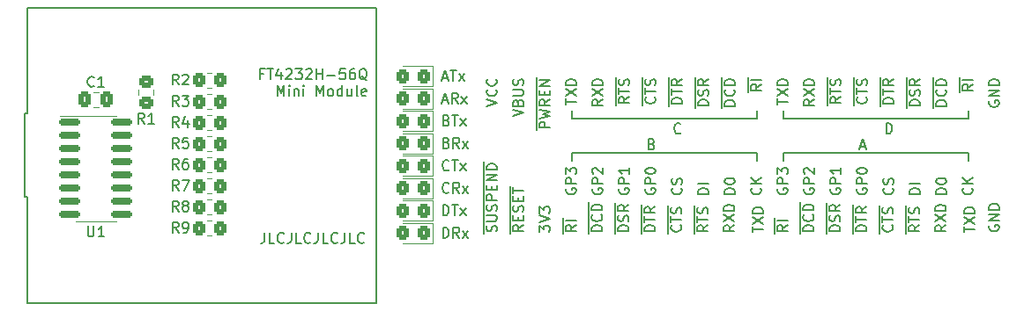
<source format=gto>
G04 #@! TF.GenerationSoftware,KiCad,Pcbnew,(6.0.11-0)*
G04 #@! TF.CreationDate,2023-06-19T16:15:23+02:00*
G04 #@! TF.ProjectId,ft4232h_mini_module,66743432-3332-4685-9f6d-696e695f6d6f,REV*
G04 #@! TF.SameCoordinates,Original*
G04 #@! TF.FileFunction,Legend,Top*
G04 #@! TF.FilePolarity,Positive*
%FSLAX46Y46*%
G04 Gerber Fmt 4.6, Leading zero omitted, Abs format (unit mm)*
G04 Created by KiCad (PCBNEW (6.0.11-0)) date 2023-06-19 16:15:23*
%MOMM*%
%LPD*%
G01*
G04 APERTURE LIST*
G04 Aperture macros list*
%AMRoundRect*
0 Rectangle with rounded corners*
0 $1 Rounding radius*
0 $2 $3 $4 $5 $6 $7 $8 $9 X,Y pos of 4 corners*
0 Add a 4 corners polygon primitive as box body*
4,1,4,$2,$3,$4,$5,$6,$7,$8,$9,$2,$3,0*
0 Add four circle primitives for the rounded corners*
1,1,$1+$1,$2,$3*
1,1,$1+$1,$4,$5*
1,1,$1+$1,$6,$7*
1,1,$1+$1,$8,$9*
0 Add four rect primitives between the rounded corners*
20,1,$1+$1,$2,$3,$4,$5,0*
20,1,$1+$1,$4,$5,$6,$7,0*
20,1,$1+$1,$6,$7,$8,$9,0*
20,1,$1+$1,$8,$9,$2,$3,0*%
G04 Aperture macros list end*
%ADD10C,0.150000*%
%ADD11C,0.127000*%
%ADD12C,0.120000*%
%ADD13C,1.562100*%
%ADD14R,1.562100X1.562100*%
%ADD15O,1.700000X1.700000*%
%ADD16R,1.700000X1.700000*%
%ADD17RoundRect,0.150000X-0.825000X-0.150000X0.825000X-0.150000X0.825000X0.150000X-0.825000X0.150000X0*%
%ADD18RoundRect,0.250000X-0.350000X-0.450000X0.350000X-0.450000X0.350000X0.450000X-0.350000X0.450000X0*%
%ADD19RoundRect,0.250000X0.450000X-0.350000X0.450000X0.350000X-0.450000X0.350000X-0.450000X-0.350000X0*%
%ADD20RoundRect,0.250000X0.325000X0.450000X-0.325000X0.450000X-0.325000X-0.450000X0.325000X-0.450000X0*%
%ADD21RoundRect,0.250000X-0.337500X-0.475000X0.337500X-0.475000X0.337500X0.475000X-0.337500X0.475000X0*%
G04 APERTURE END LIST*
D10*
X177300000Y-103534595D02*
X177252380Y-103629833D01*
X177252380Y-103772690D01*
X177300000Y-103915547D01*
X177395238Y-104010785D01*
X177490476Y-104058404D01*
X177680952Y-104106023D01*
X177823809Y-104106023D01*
X178014285Y-104058404D01*
X178109523Y-104010785D01*
X178204761Y-103915547D01*
X178252380Y-103772690D01*
X178252380Y-103677452D01*
X178204761Y-103534595D01*
X178157142Y-103486976D01*
X177823809Y-103486976D01*
X177823809Y-103677452D01*
X178252380Y-103058404D02*
X177252380Y-103058404D01*
X177252380Y-102677452D01*
X177300000Y-102582214D01*
X177347619Y-102534595D01*
X177442857Y-102486976D01*
X177585714Y-102486976D01*
X177680952Y-102534595D01*
X177728571Y-102582214D01*
X177776190Y-102677452D01*
X177776190Y-103058404D01*
X178252380Y-101534595D02*
X178252380Y-102106023D01*
X178252380Y-101820309D02*
X177252380Y-101820309D01*
X177395238Y-101915547D01*
X177490476Y-102010785D01*
X177538095Y-102106023D01*
X185872380Y-104058404D02*
X184872380Y-104058404D01*
X184872380Y-103820309D01*
X184920000Y-103677452D01*
X185015238Y-103582214D01*
X185110476Y-103534595D01*
X185300952Y-103486976D01*
X185443809Y-103486976D01*
X185634285Y-103534595D01*
X185729523Y-103582214D01*
X185824761Y-103677452D01*
X185872380Y-103820309D01*
X185872380Y-104058404D01*
X185872380Y-103058404D02*
X184872380Y-103058404D01*
X172220000Y-103534595D02*
X172172380Y-103629833D01*
X172172380Y-103772690D01*
X172220000Y-103915547D01*
X172315238Y-104010785D01*
X172410476Y-104058404D01*
X172600952Y-104106023D01*
X172743809Y-104106023D01*
X172934285Y-104058404D01*
X173029523Y-104010785D01*
X173124761Y-103915547D01*
X173172380Y-103772690D01*
X173172380Y-103677452D01*
X173124761Y-103534595D01*
X173077142Y-103486976D01*
X172743809Y-103486976D01*
X172743809Y-103677452D01*
X173172380Y-103058404D02*
X172172380Y-103058404D01*
X172172380Y-102677452D01*
X172220000Y-102582214D01*
X172267619Y-102534595D01*
X172362857Y-102486976D01*
X172505714Y-102486976D01*
X172600952Y-102534595D01*
X172648571Y-102582214D01*
X172696190Y-102677452D01*
X172696190Y-103058404D01*
X172172380Y-102153642D02*
X172172380Y-101534595D01*
X172553333Y-101867928D01*
X172553333Y-101725071D01*
X172600952Y-101629833D01*
X172648571Y-101582214D01*
X172743809Y-101534595D01*
X172981904Y-101534595D01*
X173077142Y-101582214D01*
X173124761Y-101629833D01*
X173172380Y-101725071D01*
X173172380Y-102010785D01*
X173124761Y-102106023D01*
X173077142Y-102153642D01*
X179840000Y-103534595D02*
X179792380Y-103629833D01*
X179792380Y-103772690D01*
X179840000Y-103915547D01*
X179935238Y-104010785D01*
X180030476Y-104058404D01*
X180220952Y-104106023D01*
X180363809Y-104106023D01*
X180554285Y-104058404D01*
X180649523Y-104010785D01*
X180744761Y-103915547D01*
X180792380Y-103772690D01*
X180792380Y-103677452D01*
X180744761Y-103534595D01*
X180697142Y-103486976D01*
X180363809Y-103486976D01*
X180363809Y-103677452D01*
X180792380Y-103058404D02*
X179792380Y-103058404D01*
X179792380Y-102677452D01*
X179840000Y-102582214D01*
X179887619Y-102534595D01*
X179982857Y-102486976D01*
X180125714Y-102486976D01*
X180220952Y-102534595D01*
X180268571Y-102582214D01*
X180316190Y-102677452D01*
X180316190Y-103058404D01*
X179792380Y-101867928D02*
X179792380Y-101772690D01*
X179840000Y-101677452D01*
X179887619Y-101629833D01*
X179982857Y-101582214D01*
X180173333Y-101534595D01*
X180411428Y-101534595D01*
X180601904Y-101582214D01*
X180697142Y-101629833D01*
X180744761Y-101677452D01*
X180792380Y-101772690D01*
X180792380Y-101867928D01*
X180744761Y-101963166D01*
X180697142Y-102010785D01*
X180601904Y-102058404D01*
X180411428Y-102106023D01*
X180173333Y-102106023D01*
X179982857Y-102058404D01*
X179887619Y-102010785D01*
X179840000Y-101963166D01*
X179792380Y-101867928D01*
X190857142Y-103486976D02*
X190904761Y-103534595D01*
X190952380Y-103677452D01*
X190952380Y-103772690D01*
X190904761Y-103915547D01*
X190809523Y-104010785D01*
X190714285Y-104058404D01*
X190523809Y-104106023D01*
X190380952Y-104106023D01*
X190190476Y-104058404D01*
X190095238Y-104010785D01*
X190000000Y-103915547D01*
X189952380Y-103772690D01*
X189952380Y-103677452D01*
X190000000Y-103534595D01*
X190047619Y-103486976D01*
X190952380Y-103058404D02*
X189952380Y-103058404D01*
X190952380Y-102486976D02*
X190380952Y-102915547D01*
X189952380Y-102486976D02*
X190523809Y-103058404D01*
X188412380Y-104058404D02*
X187412380Y-104058404D01*
X187412380Y-103820309D01*
X187460000Y-103677452D01*
X187555238Y-103582214D01*
X187650476Y-103534595D01*
X187840952Y-103486976D01*
X187983809Y-103486976D01*
X188174285Y-103534595D01*
X188269523Y-103582214D01*
X188364761Y-103677452D01*
X188412380Y-103820309D01*
X188412380Y-104058404D01*
X187412380Y-102867928D02*
X187412380Y-102772690D01*
X187460000Y-102677452D01*
X187507619Y-102629833D01*
X187602857Y-102582214D01*
X187793333Y-102534595D01*
X188031428Y-102534595D01*
X188221904Y-102582214D01*
X188317142Y-102629833D01*
X188364761Y-102677452D01*
X188412380Y-102772690D01*
X188412380Y-102867928D01*
X188364761Y-102963166D01*
X188317142Y-103010785D01*
X188221904Y-103058404D01*
X188031428Y-103106023D01*
X187793333Y-103106023D01*
X187602857Y-103058404D01*
X187507619Y-103010785D01*
X187460000Y-102963166D01*
X187412380Y-102867928D01*
X183237142Y-103486976D02*
X183284761Y-103534595D01*
X183332380Y-103677452D01*
X183332380Y-103772690D01*
X183284761Y-103915547D01*
X183189523Y-104010785D01*
X183094285Y-104058404D01*
X182903809Y-104106023D01*
X182760952Y-104106023D01*
X182570476Y-104058404D01*
X182475238Y-104010785D01*
X182380000Y-103915547D01*
X182332380Y-103772690D01*
X182332380Y-103677452D01*
X182380000Y-103534595D01*
X182427619Y-103486976D01*
X183284761Y-103106023D02*
X183332380Y-102963166D01*
X183332380Y-102725071D01*
X183284761Y-102629833D01*
X183237142Y-102582214D01*
X183141904Y-102534595D01*
X183046666Y-102534595D01*
X182951428Y-102582214D01*
X182903809Y-102629833D01*
X182856190Y-102725071D01*
X182808571Y-102915547D01*
X182760952Y-103010785D01*
X182713333Y-103058404D01*
X182618095Y-103106023D01*
X182522857Y-103106023D01*
X182427619Y-103058404D01*
X182380000Y-103010785D01*
X182332380Y-102915547D01*
X182332380Y-102677452D01*
X182380000Y-102534595D01*
X174760000Y-103534595D02*
X174712380Y-103629833D01*
X174712380Y-103772690D01*
X174760000Y-103915547D01*
X174855238Y-104010785D01*
X174950476Y-104058404D01*
X175140952Y-104106023D01*
X175283809Y-104106023D01*
X175474285Y-104058404D01*
X175569523Y-104010785D01*
X175664761Y-103915547D01*
X175712380Y-103772690D01*
X175712380Y-103677452D01*
X175664761Y-103534595D01*
X175617142Y-103486976D01*
X175283809Y-103486976D01*
X175283809Y-103677452D01*
X175712380Y-103058404D02*
X174712380Y-103058404D01*
X174712380Y-102677452D01*
X174760000Y-102582214D01*
X174807619Y-102534595D01*
X174902857Y-102486976D01*
X175045714Y-102486976D01*
X175140952Y-102534595D01*
X175188571Y-102582214D01*
X175236190Y-102677452D01*
X175236190Y-103058404D01*
X174807619Y-102106023D02*
X174760000Y-102058404D01*
X174712380Y-101963166D01*
X174712380Y-101725071D01*
X174760000Y-101629833D01*
X174807619Y-101582214D01*
X174902857Y-101534595D01*
X174998095Y-101534595D01*
X175140952Y-101582214D01*
X175712380Y-102153642D01*
X175712380Y-101534595D01*
X190111289Y-107753398D02*
X190111289Y-107181970D01*
X191111289Y-107467684D02*
X190111289Y-107467684D01*
X190111289Y-106943875D02*
X191111289Y-106277208D01*
X190111289Y-106277208D02*
X191111289Y-106943875D01*
X191111289Y-105896256D02*
X190111289Y-105896256D01*
X190111289Y-105658160D01*
X190158909Y-105515303D01*
X190254147Y-105420065D01*
X190349385Y-105372446D01*
X190539861Y-105324827D01*
X190682718Y-105324827D01*
X190873194Y-105372446D01*
X190968432Y-105420065D01*
X191063670Y-105515303D01*
X191111289Y-105658160D01*
X191111289Y-105896256D01*
X174364390Y-107869068D02*
X174364390Y-106869068D01*
X175646770Y-107630972D02*
X174646770Y-107630972D01*
X174646770Y-107392877D01*
X174694390Y-107250020D01*
X174789628Y-107154782D01*
X174884866Y-107107163D01*
X175075342Y-107059544D01*
X175218199Y-107059544D01*
X175408675Y-107107163D01*
X175503913Y-107154782D01*
X175599151Y-107250020D01*
X175646770Y-107392877D01*
X175646770Y-107630972D01*
X174364390Y-106869068D02*
X174364390Y-105869068D01*
X175551532Y-106059544D02*
X175599151Y-106107163D01*
X175646770Y-106250020D01*
X175646770Y-106345258D01*
X175599151Y-106488115D01*
X175503913Y-106583353D01*
X175408675Y-106630972D01*
X175218199Y-106678591D01*
X175075342Y-106678591D01*
X174884866Y-106630972D01*
X174789628Y-106583353D01*
X174694390Y-106488115D01*
X174646770Y-106345258D01*
X174646770Y-106250020D01*
X174694390Y-106107163D01*
X174742009Y-106059544D01*
X174364390Y-105869068D02*
X174364390Y-104869068D01*
X175646770Y-105630972D02*
X174646770Y-105630972D01*
X174646770Y-105392877D01*
X174694390Y-105250020D01*
X174789628Y-105154782D01*
X174884866Y-105107163D01*
X175075342Y-105059544D01*
X175218199Y-105059544D01*
X175408675Y-105107163D01*
X175503913Y-105154782D01*
X175599151Y-105250020D01*
X175646770Y-105392877D01*
X175646770Y-105630972D01*
X171890000Y-107852500D02*
X171890000Y-106852500D01*
X173172380Y-107042976D02*
X172696190Y-107376309D01*
X173172380Y-107614404D02*
X172172380Y-107614404D01*
X172172380Y-107233452D01*
X172220000Y-107138214D01*
X172267619Y-107090595D01*
X172362857Y-107042976D01*
X172505714Y-107042976D01*
X172600952Y-107090595D01*
X172648571Y-107138214D01*
X172696190Y-107233452D01*
X172696190Y-107614404D01*
X171890000Y-106852500D02*
X171890000Y-106376309D01*
X173172380Y-106614404D02*
X172172380Y-106614404D01*
X181984390Y-107869068D02*
X181984390Y-106869068D01*
X183171532Y-107059544D02*
X183219151Y-107107163D01*
X183266770Y-107250020D01*
X183266770Y-107345258D01*
X183219151Y-107488115D01*
X183123913Y-107583353D01*
X183028675Y-107630972D01*
X182838199Y-107678591D01*
X182695342Y-107678591D01*
X182504866Y-107630972D01*
X182409628Y-107583353D01*
X182314390Y-107488115D01*
X182266770Y-107345258D01*
X182266770Y-107250020D01*
X182314390Y-107107163D01*
X182362009Y-107059544D01*
X181984390Y-106869068D02*
X181984390Y-106107163D01*
X182266770Y-106773829D02*
X182266770Y-106202401D01*
X183266770Y-106488115D02*
X182266770Y-106488115D01*
X181984390Y-106107163D02*
X181984390Y-105154782D01*
X183219151Y-105916687D02*
X183266770Y-105773829D01*
X183266770Y-105535734D01*
X183219151Y-105440496D01*
X183171532Y-105392877D01*
X183076294Y-105345258D01*
X182981056Y-105345258D01*
X182885818Y-105392877D01*
X182838199Y-105440496D01*
X182790580Y-105535734D01*
X182742961Y-105726210D01*
X182695342Y-105821448D01*
X182647723Y-105869068D01*
X182552485Y-105916687D01*
X182457247Y-105916687D01*
X182362009Y-105869068D01*
X182314390Y-105821448D01*
X182266770Y-105726210D01*
X182266770Y-105488115D01*
X182314390Y-105345258D01*
X184524390Y-107869068D02*
X184524390Y-106869068D01*
X185806770Y-107059544D02*
X185330580Y-107392877D01*
X185806770Y-107630972D02*
X184806770Y-107630972D01*
X184806770Y-107250020D01*
X184854390Y-107154782D01*
X184902009Y-107107163D01*
X184997247Y-107059544D01*
X185140104Y-107059544D01*
X185235342Y-107107163D01*
X185282961Y-107154782D01*
X185330580Y-107250020D01*
X185330580Y-107630972D01*
X184524390Y-106869068D02*
X184524390Y-106107163D01*
X184806770Y-106773829D02*
X184806770Y-106202401D01*
X185806770Y-106488115D02*
X184806770Y-106488115D01*
X184524390Y-106107163D02*
X184524390Y-105154782D01*
X185759151Y-105916687D02*
X185806770Y-105773829D01*
X185806770Y-105535734D01*
X185759151Y-105440496D01*
X185711532Y-105392877D01*
X185616294Y-105345258D01*
X185521056Y-105345258D01*
X185425818Y-105392877D01*
X185378199Y-105440496D01*
X185330580Y-105535734D01*
X185282961Y-105726210D01*
X185235342Y-105821448D01*
X185187723Y-105869068D01*
X185092485Y-105916687D01*
X184997247Y-105916687D01*
X184902009Y-105869068D01*
X184854390Y-105821448D01*
X184806770Y-105726210D01*
X184806770Y-105488115D01*
X184854390Y-105345258D01*
X176904390Y-107869068D02*
X176904390Y-106869068D01*
X178186770Y-107630972D02*
X177186770Y-107630972D01*
X177186770Y-107392877D01*
X177234390Y-107250020D01*
X177329628Y-107154782D01*
X177424866Y-107107163D01*
X177615342Y-107059544D01*
X177758199Y-107059544D01*
X177948675Y-107107163D01*
X178043913Y-107154782D01*
X178139151Y-107250020D01*
X178186770Y-107392877D01*
X178186770Y-107630972D01*
X176904390Y-106869068D02*
X176904390Y-105916687D01*
X178139151Y-106678591D02*
X178186770Y-106535734D01*
X178186770Y-106297639D01*
X178139151Y-106202401D01*
X178091532Y-106154782D01*
X177996294Y-106107163D01*
X177901056Y-106107163D01*
X177805818Y-106154782D01*
X177758199Y-106202401D01*
X177710580Y-106297639D01*
X177662961Y-106488115D01*
X177615342Y-106583353D01*
X177567723Y-106630972D01*
X177472485Y-106678591D01*
X177377247Y-106678591D01*
X177282009Y-106630972D01*
X177234390Y-106583353D01*
X177186770Y-106488115D01*
X177186770Y-106250020D01*
X177234390Y-106107163D01*
X176904390Y-105916687D02*
X176904390Y-104916687D01*
X178186770Y-105107163D02*
X177710580Y-105440496D01*
X178186770Y-105678591D02*
X177186770Y-105678591D01*
X177186770Y-105297639D01*
X177234390Y-105202401D01*
X177282009Y-105154782D01*
X177377247Y-105107163D01*
X177520104Y-105107163D01*
X177615342Y-105154782D01*
X177662961Y-105202401D01*
X177710580Y-105297639D01*
X177710580Y-105678591D01*
X179444390Y-107869068D02*
X179444390Y-106869068D01*
X180726770Y-107630972D02*
X179726770Y-107630972D01*
X179726770Y-107392877D01*
X179774390Y-107250020D01*
X179869628Y-107154782D01*
X179964866Y-107107163D01*
X180155342Y-107059544D01*
X180298199Y-107059544D01*
X180488675Y-107107163D01*
X180583913Y-107154782D01*
X180679151Y-107250020D01*
X180726770Y-107392877D01*
X180726770Y-107630972D01*
X179444390Y-106869068D02*
X179444390Y-106107163D01*
X179726770Y-106773829D02*
X179726770Y-106202401D01*
X180726770Y-106488115D02*
X179726770Y-106488115D01*
X179444390Y-106107163D02*
X179444390Y-105107163D01*
X180726770Y-105297639D02*
X180250580Y-105630972D01*
X180726770Y-105869068D02*
X179726770Y-105869068D01*
X179726770Y-105488115D01*
X179774390Y-105392877D01*
X179822009Y-105345258D01*
X179917247Y-105297639D01*
X180060104Y-105297639D01*
X180155342Y-105345258D01*
X180202961Y-105392877D01*
X180250580Y-105488115D01*
X180250580Y-105869068D01*
X188346770Y-107059544D02*
X187870580Y-107392877D01*
X188346770Y-107630972D02*
X187346770Y-107630972D01*
X187346770Y-107250020D01*
X187394390Y-107154782D01*
X187442009Y-107107163D01*
X187537247Y-107059544D01*
X187680104Y-107059544D01*
X187775342Y-107107163D01*
X187822961Y-107154782D01*
X187870580Y-107250020D01*
X187870580Y-107630972D01*
X187346770Y-106726210D02*
X188346770Y-106059544D01*
X187346770Y-106059544D02*
X188346770Y-106726210D01*
X188346770Y-105678591D02*
X187346770Y-105678591D01*
X187346770Y-105440496D01*
X187394390Y-105297639D01*
X187489628Y-105202401D01*
X187584866Y-105154782D01*
X187775342Y-105107163D01*
X187918199Y-105107163D01*
X188108675Y-105154782D01*
X188203913Y-105202401D01*
X188299151Y-105297639D01*
X188346770Y-105440496D01*
X188346770Y-105678591D01*
X170537142Y-103486976D02*
X170584761Y-103534595D01*
X170632380Y-103677452D01*
X170632380Y-103772690D01*
X170584761Y-103915547D01*
X170489523Y-104010785D01*
X170394285Y-104058404D01*
X170203809Y-104106023D01*
X170060952Y-104106023D01*
X169870476Y-104058404D01*
X169775238Y-104010785D01*
X169680000Y-103915547D01*
X169632380Y-103772690D01*
X169632380Y-103677452D01*
X169680000Y-103534595D01*
X169727619Y-103486976D01*
X170632380Y-103058404D02*
X169632380Y-103058404D01*
X170632380Y-102486976D02*
X170060952Y-102915547D01*
X169632380Y-102486976D02*
X170203809Y-103058404D01*
X168092380Y-104058404D02*
X167092380Y-104058404D01*
X167092380Y-103820309D01*
X167140000Y-103677452D01*
X167235238Y-103582214D01*
X167330476Y-103534595D01*
X167520952Y-103486976D01*
X167663809Y-103486976D01*
X167854285Y-103534595D01*
X167949523Y-103582214D01*
X168044761Y-103677452D01*
X168092380Y-103820309D01*
X168092380Y-104058404D01*
X167092380Y-102867928D02*
X167092380Y-102772690D01*
X167140000Y-102677452D01*
X167187619Y-102629833D01*
X167282857Y-102582214D01*
X167473333Y-102534595D01*
X167711428Y-102534595D01*
X167901904Y-102582214D01*
X167997142Y-102629833D01*
X168044761Y-102677452D01*
X168092380Y-102772690D01*
X168092380Y-102867928D01*
X168044761Y-102963166D01*
X167997142Y-103010785D01*
X167901904Y-103058404D01*
X167711428Y-103106023D01*
X167473333Y-103106023D01*
X167282857Y-103058404D01*
X167187619Y-103010785D01*
X167140000Y-102963166D01*
X167092380Y-102867928D01*
X165552380Y-104058404D02*
X164552380Y-104058404D01*
X164552380Y-103820309D01*
X164600000Y-103677452D01*
X164695238Y-103582214D01*
X164790476Y-103534595D01*
X164980952Y-103486976D01*
X165123809Y-103486976D01*
X165314285Y-103534595D01*
X165409523Y-103582214D01*
X165504761Y-103677452D01*
X165552380Y-103820309D01*
X165552380Y-104058404D01*
X165552380Y-103058404D02*
X164552380Y-103058404D01*
X162917142Y-103486976D02*
X162964761Y-103534595D01*
X163012380Y-103677452D01*
X163012380Y-103772690D01*
X162964761Y-103915547D01*
X162869523Y-104010785D01*
X162774285Y-104058404D01*
X162583809Y-104106023D01*
X162440952Y-104106023D01*
X162250476Y-104058404D01*
X162155238Y-104010785D01*
X162060000Y-103915547D01*
X162012380Y-103772690D01*
X162012380Y-103677452D01*
X162060000Y-103534595D01*
X162107619Y-103486976D01*
X162964761Y-103106023D02*
X163012380Y-102963166D01*
X163012380Y-102725071D01*
X162964761Y-102629833D01*
X162917142Y-102582214D01*
X162821904Y-102534595D01*
X162726666Y-102534595D01*
X162631428Y-102582214D01*
X162583809Y-102629833D01*
X162536190Y-102725071D01*
X162488571Y-102915547D01*
X162440952Y-103010785D01*
X162393333Y-103058404D01*
X162298095Y-103106023D01*
X162202857Y-103106023D01*
X162107619Y-103058404D01*
X162060000Y-103010785D01*
X162012380Y-102915547D01*
X162012380Y-102677452D01*
X162060000Y-102534595D01*
X159520000Y-103534595D02*
X159472380Y-103629833D01*
X159472380Y-103772690D01*
X159520000Y-103915547D01*
X159615238Y-104010785D01*
X159710476Y-104058404D01*
X159900952Y-104106023D01*
X160043809Y-104106023D01*
X160234285Y-104058404D01*
X160329523Y-104010785D01*
X160424761Y-103915547D01*
X160472380Y-103772690D01*
X160472380Y-103677452D01*
X160424761Y-103534595D01*
X160377142Y-103486976D01*
X160043809Y-103486976D01*
X160043809Y-103677452D01*
X160472380Y-103058404D02*
X159472380Y-103058404D01*
X159472380Y-102677452D01*
X159520000Y-102582214D01*
X159567619Y-102534595D01*
X159662857Y-102486976D01*
X159805714Y-102486976D01*
X159900952Y-102534595D01*
X159948571Y-102582214D01*
X159996190Y-102677452D01*
X159996190Y-103058404D01*
X159472380Y-101867928D02*
X159472380Y-101772690D01*
X159520000Y-101677452D01*
X159567619Y-101629833D01*
X159662857Y-101582214D01*
X159853333Y-101534595D01*
X160091428Y-101534595D01*
X160281904Y-101582214D01*
X160377142Y-101629833D01*
X160424761Y-101677452D01*
X160472380Y-101772690D01*
X160472380Y-101867928D01*
X160424761Y-101963166D01*
X160377142Y-102010785D01*
X160281904Y-102058404D01*
X160091428Y-102106023D01*
X159853333Y-102106023D01*
X159662857Y-102058404D01*
X159567619Y-102010785D01*
X159520000Y-101963166D01*
X159472380Y-101867928D01*
X156980000Y-103534595D02*
X156932380Y-103629833D01*
X156932380Y-103772690D01*
X156980000Y-103915547D01*
X157075238Y-104010785D01*
X157170476Y-104058404D01*
X157360952Y-104106023D01*
X157503809Y-104106023D01*
X157694285Y-104058404D01*
X157789523Y-104010785D01*
X157884761Y-103915547D01*
X157932380Y-103772690D01*
X157932380Y-103677452D01*
X157884761Y-103534595D01*
X157837142Y-103486976D01*
X157503809Y-103486976D01*
X157503809Y-103677452D01*
X157932380Y-103058404D02*
X156932380Y-103058404D01*
X156932380Y-102677452D01*
X156980000Y-102582214D01*
X157027619Y-102534595D01*
X157122857Y-102486976D01*
X157265714Y-102486976D01*
X157360952Y-102534595D01*
X157408571Y-102582214D01*
X157456190Y-102677452D01*
X157456190Y-103058404D01*
X157932380Y-101534595D02*
X157932380Y-102106023D01*
X157932380Y-101820309D02*
X156932380Y-101820309D01*
X157075238Y-101915547D01*
X157170476Y-102010785D01*
X157218095Y-102106023D01*
X154440000Y-103534595D02*
X154392380Y-103629833D01*
X154392380Y-103772690D01*
X154440000Y-103915547D01*
X154535238Y-104010785D01*
X154630476Y-104058404D01*
X154820952Y-104106023D01*
X154963809Y-104106023D01*
X155154285Y-104058404D01*
X155249523Y-104010785D01*
X155344761Y-103915547D01*
X155392380Y-103772690D01*
X155392380Y-103677452D01*
X155344761Y-103534595D01*
X155297142Y-103486976D01*
X154963809Y-103486976D01*
X154963809Y-103677452D01*
X155392380Y-103058404D02*
X154392380Y-103058404D01*
X154392380Y-102677452D01*
X154440000Y-102582214D01*
X154487619Y-102534595D01*
X154582857Y-102486976D01*
X154725714Y-102486976D01*
X154820952Y-102534595D01*
X154868571Y-102582214D01*
X154916190Y-102677452D01*
X154916190Y-103058404D01*
X154487619Y-102106023D02*
X154440000Y-102058404D01*
X154392380Y-101963166D01*
X154392380Y-101725071D01*
X154440000Y-101629833D01*
X154487619Y-101582214D01*
X154582857Y-101534595D01*
X154678095Y-101534595D01*
X154820952Y-101582214D01*
X155392380Y-102153642D01*
X155392380Y-101534595D01*
X151900000Y-103534595D02*
X151852380Y-103629833D01*
X151852380Y-103772690D01*
X151900000Y-103915547D01*
X151995238Y-104010785D01*
X152090476Y-104058404D01*
X152280952Y-104106023D01*
X152423809Y-104106023D01*
X152614285Y-104058404D01*
X152709523Y-104010785D01*
X152804761Y-103915547D01*
X152852380Y-103772690D01*
X152852380Y-103677452D01*
X152804761Y-103534595D01*
X152757142Y-103486976D01*
X152423809Y-103486976D01*
X152423809Y-103677452D01*
X152852380Y-103058404D02*
X151852380Y-103058404D01*
X151852380Y-102677452D01*
X151900000Y-102582214D01*
X151947619Y-102534595D01*
X152042857Y-102486976D01*
X152185714Y-102486976D01*
X152280952Y-102534595D01*
X152328571Y-102582214D01*
X152376190Y-102677452D01*
X152376190Y-103058404D01*
X151852380Y-102153642D02*
X151852380Y-101534595D01*
X152233333Y-101867928D01*
X152233333Y-101725071D01*
X152280952Y-101629833D01*
X152328571Y-101582214D01*
X152423809Y-101534595D01*
X152661904Y-101534595D01*
X152757142Y-101582214D01*
X152804761Y-101629833D01*
X152852380Y-101725071D01*
X152852380Y-102010785D01*
X152804761Y-102106023D01*
X152757142Y-102153642D01*
X160091428Y-99242571D02*
X160234285Y-99290190D01*
X160281904Y-99337809D01*
X160329523Y-99433047D01*
X160329523Y-99575904D01*
X160281904Y-99671142D01*
X160234285Y-99718761D01*
X160139047Y-99766380D01*
X159758095Y-99766380D01*
X159758095Y-98766380D01*
X160091428Y-98766380D01*
X160186666Y-98814000D01*
X160234285Y-98861619D01*
X160281904Y-98956857D01*
X160281904Y-99052095D01*
X160234285Y-99147333D01*
X160186666Y-99194952D01*
X160091428Y-99242571D01*
X159758095Y-99242571D01*
X180101904Y-99480666D02*
X180578095Y-99480666D01*
X180006666Y-99766380D02*
X180340000Y-98766380D01*
X180673333Y-99766380D01*
X182618095Y-98242380D02*
X182618095Y-97242380D01*
X182856190Y-97242380D01*
X182999047Y-97290000D01*
X183094285Y-97385238D01*
X183141904Y-97480476D01*
X183189523Y-97670952D01*
X183189523Y-97813809D01*
X183141904Y-98004285D01*
X183094285Y-98099523D01*
X182999047Y-98194761D01*
X182856190Y-98242380D01*
X182618095Y-98242380D01*
X162869523Y-98147142D02*
X162821904Y-98194761D01*
X162679047Y-98242380D01*
X162583809Y-98242380D01*
X162440952Y-98194761D01*
X162345714Y-98099523D01*
X162298095Y-98004285D01*
X162250476Y-97813809D01*
X162250476Y-97670952D01*
X162298095Y-97480476D01*
X162345714Y-97385238D01*
X162440952Y-97290000D01*
X162583809Y-97242380D01*
X162679047Y-97242380D01*
X162821904Y-97290000D01*
X162869523Y-97337619D01*
X190500000Y-100076000D02*
X190500000Y-100838000D01*
X190500000Y-96774000D02*
X190500000Y-96012000D01*
X172720000Y-96774000D02*
X172720000Y-96012000D01*
X172720000Y-100076000D02*
X172720000Y-100838000D01*
X170180000Y-100076000D02*
X170180000Y-100838000D01*
X152400000Y-100076000D02*
X152400000Y-100838000D01*
X170180000Y-96774000D02*
X170180000Y-96012000D01*
X152400000Y-96774000D02*
X152400000Y-96012000D01*
X170180000Y-96774000D02*
X152400000Y-96774000D01*
X190500000Y-96774000D02*
X172720000Y-96774000D01*
X172720000Y-100076000D02*
X190500000Y-100076000D01*
X152400000Y-100076000D02*
X170180000Y-100076000D01*
X182050000Y-95569404D02*
X182050000Y-94569404D01*
X183332380Y-95331309D02*
X182332380Y-95331309D01*
X182332380Y-95093214D01*
X182380000Y-94950357D01*
X182475238Y-94855119D01*
X182570476Y-94807500D01*
X182760952Y-94759880D01*
X182903809Y-94759880D01*
X183094285Y-94807500D01*
X183189523Y-94855119D01*
X183284761Y-94950357D01*
X183332380Y-95093214D01*
X183332380Y-95331309D01*
X182050000Y-94569404D02*
X182050000Y-93807500D01*
X182332380Y-94474166D02*
X182332380Y-93902738D01*
X183332380Y-94188452D02*
X182332380Y-94188452D01*
X182050000Y-93807500D02*
X182050000Y-92807500D01*
X183332380Y-92997976D02*
X182856190Y-93331309D01*
X183332380Y-93569404D02*
X182332380Y-93569404D01*
X182332380Y-93188452D01*
X182380000Y-93093214D01*
X182427619Y-93045595D01*
X182522857Y-92997976D01*
X182665714Y-92997976D01*
X182760952Y-93045595D01*
X182808571Y-93093214D01*
X182856190Y-93188452D01*
X182856190Y-93569404D01*
X175712380Y-94950357D02*
X175236190Y-95283690D01*
X175712380Y-95521785D02*
X174712380Y-95521785D01*
X174712380Y-95140833D01*
X174760000Y-95045595D01*
X174807619Y-94997976D01*
X174902857Y-94950357D01*
X175045714Y-94950357D01*
X175140952Y-94997976D01*
X175188571Y-95045595D01*
X175236190Y-95140833D01*
X175236190Y-95521785D01*
X174712380Y-94617023D02*
X175712380Y-93950357D01*
X174712380Y-93950357D02*
X175712380Y-94617023D01*
X175712380Y-93569404D02*
X174712380Y-93569404D01*
X174712380Y-93331309D01*
X174760000Y-93188452D01*
X174855238Y-93093214D01*
X174950476Y-93045595D01*
X175140952Y-92997976D01*
X175283809Y-92997976D01*
X175474285Y-93045595D01*
X175569523Y-93093214D01*
X175664761Y-93188452D01*
X175712380Y-93331309D01*
X175712380Y-93569404D01*
X172172380Y-95426547D02*
X172172380Y-94855119D01*
X173172380Y-95140833D02*
X172172380Y-95140833D01*
X172172380Y-94617023D02*
X173172380Y-93950357D01*
X172172380Y-93950357D02*
X173172380Y-94617023D01*
X173172380Y-93569404D02*
X172172380Y-93569404D01*
X172172380Y-93331309D01*
X172220000Y-93188452D01*
X172315238Y-93093214D01*
X172410476Y-93045595D01*
X172600952Y-92997976D01*
X172743809Y-92997976D01*
X172934285Y-93045595D01*
X173029523Y-93093214D01*
X173124761Y-93188452D01*
X173172380Y-93331309D01*
X173172380Y-93569404D01*
X184590000Y-95759880D02*
X184590000Y-94759880D01*
X185872380Y-95521785D02*
X184872380Y-95521785D01*
X184872380Y-95283690D01*
X184920000Y-95140833D01*
X185015238Y-95045595D01*
X185110476Y-94997976D01*
X185300952Y-94950357D01*
X185443809Y-94950357D01*
X185634285Y-94997976D01*
X185729523Y-95045595D01*
X185824761Y-95140833D01*
X185872380Y-95283690D01*
X185872380Y-95521785D01*
X184590000Y-94759880D02*
X184590000Y-93807500D01*
X185824761Y-94569404D02*
X185872380Y-94426547D01*
X185872380Y-94188452D01*
X185824761Y-94093214D01*
X185777142Y-94045595D01*
X185681904Y-93997976D01*
X185586666Y-93997976D01*
X185491428Y-94045595D01*
X185443809Y-94093214D01*
X185396190Y-94188452D01*
X185348571Y-94378928D01*
X185300952Y-94474166D01*
X185253333Y-94521785D01*
X185158095Y-94569404D01*
X185062857Y-94569404D01*
X184967619Y-94521785D01*
X184920000Y-94474166D01*
X184872380Y-94378928D01*
X184872380Y-94140833D01*
X184920000Y-93997976D01*
X184590000Y-93807500D02*
X184590000Y-92807500D01*
X185872380Y-92997976D02*
X185396190Y-93331309D01*
X185872380Y-93569404D02*
X184872380Y-93569404D01*
X184872380Y-93188452D01*
X184920000Y-93093214D01*
X184967619Y-93045595D01*
X185062857Y-92997976D01*
X185205714Y-92997976D01*
X185300952Y-93045595D01*
X185348571Y-93093214D01*
X185396190Y-93188452D01*
X185396190Y-93569404D01*
X179510000Y-95521785D02*
X179510000Y-94521785D01*
X180697142Y-94712261D02*
X180744761Y-94759880D01*
X180792380Y-94902738D01*
X180792380Y-94997976D01*
X180744761Y-95140833D01*
X180649523Y-95236071D01*
X180554285Y-95283690D01*
X180363809Y-95331309D01*
X180220952Y-95331309D01*
X180030476Y-95283690D01*
X179935238Y-95236071D01*
X179840000Y-95140833D01*
X179792380Y-94997976D01*
X179792380Y-94902738D01*
X179840000Y-94759880D01*
X179887619Y-94712261D01*
X179510000Y-94521785D02*
X179510000Y-93759880D01*
X179792380Y-94426547D02*
X179792380Y-93855119D01*
X180792380Y-94140833D02*
X179792380Y-94140833D01*
X179510000Y-93759880D02*
X179510000Y-92807500D01*
X180744761Y-93569404D02*
X180792380Y-93426547D01*
X180792380Y-93188452D01*
X180744761Y-93093214D01*
X180697142Y-93045595D01*
X180601904Y-92997976D01*
X180506666Y-92997976D01*
X180411428Y-93045595D01*
X180363809Y-93093214D01*
X180316190Y-93188452D01*
X180268571Y-93378928D01*
X180220952Y-93474166D01*
X180173333Y-93521785D01*
X180078095Y-93569404D01*
X179982857Y-93569404D01*
X179887619Y-93521785D01*
X179840000Y-93474166D01*
X179792380Y-93378928D01*
X179792380Y-93140833D01*
X179840000Y-92997976D01*
X189670000Y-94283690D02*
X189670000Y-93283690D01*
X190952380Y-93474166D02*
X190476190Y-93807500D01*
X190952380Y-94045595D02*
X189952380Y-94045595D01*
X189952380Y-93664642D01*
X190000000Y-93569404D01*
X190047619Y-93521785D01*
X190142857Y-93474166D01*
X190285714Y-93474166D01*
X190380952Y-93521785D01*
X190428571Y-93569404D01*
X190476190Y-93664642D01*
X190476190Y-94045595D01*
X189670000Y-93283690D02*
X189670000Y-92807500D01*
X190952380Y-93045595D02*
X189952380Y-93045595D01*
X176970000Y-95521785D02*
X176970000Y-94521785D01*
X178252380Y-94712261D02*
X177776190Y-95045595D01*
X178252380Y-95283690D02*
X177252380Y-95283690D01*
X177252380Y-94902738D01*
X177300000Y-94807500D01*
X177347619Y-94759880D01*
X177442857Y-94712261D01*
X177585714Y-94712261D01*
X177680952Y-94759880D01*
X177728571Y-94807500D01*
X177776190Y-94902738D01*
X177776190Y-95283690D01*
X176970000Y-94521785D02*
X176970000Y-93759880D01*
X177252380Y-94426547D02*
X177252380Y-93855119D01*
X178252380Y-94140833D02*
X177252380Y-94140833D01*
X176970000Y-93759880D02*
X176970000Y-92807500D01*
X178204761Y-93569404D02*
X178252380Y-93426547D01*
X178252380Y-93188452D01*
X178204761Y-93093214D01*
X178157142Y-93045595D01*
X178061904Y-92997976D01*
X177966666Y-92997976D01*
X177871428Y-93045595D01*
X177823809Y-93093214D01*
X177776190Y-93188452D01*
X177728571Y-93378928D01*
X177680952Y-93474166D01*
X177633333Y-93521785D01*
X177538095Y-93569404D01*
X177442857Y-93569404D01*
X177347619Y-93521785D01*
X177300000Y-93474166D01*
X177252380Y-93378928D01*
X177252380Y-93140833D01*
X177300000Y-92997976D01*
X187130000Y-95807500D02*
X187130000Y-94807500D01*
X188412380Y-95569404D02*
X187412380Y-95569404D01*
X187412380Y-95331309D01*
X187460000Y-95188452D01*
X187555238Y-95093214D01*
X187650476Y-95045595D01*
X187840952Y-94997976D01*
X187983809Y-94997976D01*
X188174285Y-95045595D01*
X188269523Y-95093214D01*
X188364761Y-95188452D01*
X188412380Y-95331309D01*
X188412380Y-95569404D01*
X187130000Y-94807500D02*
X187130000Y-93807500D01*
X188317142Y-93997976D02*
X188364761Y-94045595D01*
X188412380Y-94188452D01*
X188412380Y-94283690D01*
X188364761Y-94426547D01*
X188269523Y-94521785D01*
X188174285Y-94569404D01*
X187983809Y-94617023D01*
X187840952Y-94617023D01*
X187650476Y-94569404D01*
X187555238Y-94521785D01*
X187460000Y-94426547D01*
X187412380Y-94283690D01*
X187412380Y-94188452D01*
X187460000Y-94045595D01*
X187507619Y-93997976D01*
X187130000Y-93807500D02*
X187130000Y-92807500D01*
X188412380Y-93569404D02*
X187412380Y-93569404D01*
X187412380Y-93331309D01*
X187460000Y-93188452D01*
X187555238Y-93093214D01*
X187650476Y-93045595D01*
X187840952Y-92997976D01*
X187983809Y-92997976D01*
X188174285Y-93045595D01*
X188269523Y-93093214D01*
X188364761Y-93188452D01*
X188412380Y-93331309D01*
X188412380Y-93569404D01*
X122888952Y-107783380D02*
X122888952Y-108497666D01*
X122841333Y-108640523D01*
X122746095Y-108735761D01*
X122603238Y-108783380D01*
X122508000Y-108783380D01*
X123841333Y-108783380D02*
X123365142Y-108783380D01*
X123365142Y-107783380D01*
X124746095Y-108688142D02*
X124698476Y-108735761D01*
X124555619Y-108783380D01*
X124460380Y-108783380D01*
X124317523Y-108735761D01*
X124222285Y-108640523D01*
X124174666Y-108545285D01*
X124127047Y-108354809D01*
X124127047Y-108211952D01*
X124174666Y-108021476D01*
X124222285Y-107926238D01*
X124317523Y-107831000D01*
X124460380Y-107783380D01*
X124555619Y-107783380D01*
X124698476Y-107831000D01*
X124746095Y-107878619D01*
X125460380Y-107783380D02*
X125460380Y-108497666D01*
X125412761Y-108640523D01*
X125317523Y-108735761D01*
X125174666Y-108783380D01*
X125079428Y-108783380D01*
X126412761Y-108783380D02*
X125936571Y-108783380D01*
X125936571Y-107783380D01*
X127317523Y-108688142D02*
X127269904Y-108735761D01*
X127127047Y-108783380D01*
X127031809Y-108783380D01*
X126888952Y-108735761D01*
X126793714Y-108640523D01*
X126746095Y-108545285D01*
X126698476Y-108354809D01*
X126698476Y-108211952D01*
X126746095Y-108021476D01*
X126793714Y-107926238D01*
X126888952Y-107831000D01*
X127031809Y-107783380D01*
X127127047Y-107783380D01*
X127269904Y-107831000D01*
X127317523Y-107878619D01*
X128031809Y-107783380D02*
X128031809Y-108497666D01*
X127984190Y-108640523D01*
X127888952Y-108735761D01*
X127746095Y-108783380D01*
X127650857Y-108783380D01*
X128984190Y-108783380D02*
X128508000Y-108783380D01*
X128508000Y-107783380D01*
X129888952Y-108688142D02*
X129841333Y-108735761D01*
X129698476Y-108783380D01*
X129603238Y-108783380D01*
X129460380Y-108735761D01*
X129365142Y-108640523D01*
X129317523Y-108545285D01*
X129269904Y-108354809D01*
X129269904Y-108211952D01*
X129317523Y-108021476D01*
X129365142Y-107926238D01*
X129460380Y-107831000D01*
X129603238Y-107783380D01*
X129698476Y-107783380D01*
X129841333Y-107831000D01*
X129888952Y-107878619D01*
X130603238Y-107783380D02*
X130603238Y-108497666D01*
X130555619Y-108640523D01*
X130460380Y-108735761D01*
X130317523Y-108783380D01*
X130222285Y-108783380D01*
X131555619Y-108783380D02*
X131079428Y-108783380D01*
X131079428Y-107783380D01*
X132460380Y-108688142D02*
X132412761Y-108735761D01*
X132269904Y-108783380D01*
X132174666Y-108783380D01*
X132031809Y-108735761D01*
X131936571Y-108640523D01*
X131888952Y-108545285D01*
X131841333Y-108354809D01*
X131841333Y-108211952D01*
X131888952Y-108021476D01*
X131936571Y-107926238D01*
X132031809Y-107831000D01*
X132174666Y-107783380D01*
X132269904Y-107783380D01*
X132412761Y-107831000D01*
X132460380Y-107878619D01*
X122776261Y-92468571D02*
X122442928Y-92468571D01*
X122442928Y-92992380D02*
X122442928Y-91992380D01*
X122919119Y-91992380D01*
X123157214Y-91992380D02*
X123728642Y-91992380D01*
X123442928Y-92992380D02*
X123442928Y-91992380D01*
X124490547Y-92325714D02*
X124490547Y-92992380D01*
X124252452Y-91944761D02*
X124014357Y-92659047D01*
X124633404Y-92659047D01*
X124966738Y-92087619D02*
X125014357Y-92040000D01*
X125109595Y-91992380D01*
X125347690Y-91992380D01*
X125442928Y-92040000D01*
X125490547Y-92087619D01*
X125538166Y-92182857D01*
X125538166Y-92278095D01*
X125490547Y-92420952D01*
X124919119Y-92992380D01*
X125538166Y-92992380D01*
X125871500Y-91992380D02*
X126490547Y-91992380D01*
X126157214Y-92373333D01*
X126300071Y-92373333D01*
X126395309Y-92420952D01*
X126442928Y-92468571D01*
X126490547Y-92563809D01*
X126490547Y-92801904D01*
X126442928Y-92897142D01*
X126395309Y-92944761D01*
X126300071Y-92992380D01*
X126014357Y-92992380D01*
X125919119Y-92944761D01*
X125871500Y-92897142D01*
X126871500Y-92087619D02*
X126919119Y-92040000D01*
X127014357Y-91992380D01*
X127252452Y-91992380D01*
X127347690Y-92040000D01*
X127395309Y-92087619D01*
X127442928Y-92182857D01*
X127442928Y-92278095D01*
X127395309Y-92420952D01*
X126823880Y-92992380D01*
X127442928Y-92992380D01*
X127871500Y-92992380D02*
X127871500Y-91992380D01*
X127871500Y-92468571D02*
X128442928Y-92468571D01*
X128442928Y-92992380D02*
X128442928Y-91992380D01*
X128919119Y-92611428D02*
X129681023Y-92611428D01*
X130633404Y-91992380D02*
X130157214Y-91992380D01*
X130109595Y-92468571D01*
X130157214Y-92420952D01*
X130252452Y-92373333D01*
X130490547Y-92373333D01*
X130585785Y-92420952D01*
X130633404Y-92468571D01*
X130681023Y-92563809D01*
X130681023Y-92801904D01*
X130633404Y-92897142D01*
X130585785Y-92944761D01*
X130490547Y-92992380D01*
X130252452Y-92992380D01*
X130157214Y-92944761D01*
X130109595Y-92897142D01*
X131538166Y-91992380D02*
X131347690Y-91992380D01*
X131252452Y-92040000D01*
X131204833Y-92087619D01*
X131109595Y-92230476D01*
X131061976Y-92420952D01*
X131061976Y-92801904D01*
X131109595Y-92897142D01*
X131157214Y-92944761D01*
X131252452Y-92992380D01*
X131442928Y-92992380D01*
X131538166Y-92944761D01*
X131585785Y-92897142D01*
X131633404Y-92801904D01*
X131633404Y-92563809D01*
X131585785Y-92468571D01*
X131538166Y-92420952D01*
X131442928Y-92373333D01*
X131252452Y-92373333D01*
X131157214Y-92420952D01*
X131109595Y-92468571D01*
X131061976Y-92563809D01*
X132728642Y-93087619D02*
X132633404Y-93040000D01*
X132538166Y-92944761D01*
X132395309Y-92801904D01*
X132300071Y-92754285D01*
X132204833Y-92754285D01*
X132252452Y-92992380D02*
X132157214Y-92944761D01*
X132061976Y-92849523D01*
X132014357Y-92659047D01*
X132014357Y-92325714D01*
X132061976Y-92135238D01*
X132157214Y-92040000D01*
X132252452Y-91992380D01*
X132442928Y-91992380D01*
X132538166Y-92040000D01*
X132633404Y-92135238D01*
X132681023Y-92325714D01*
X132681023Y-92659047D01*
X132633404Y-92849523D01*
X132538166Y-92944761D01*
X132442928Y-92992380D01*
X132252452Y-92992380D01*
X124109595Y-94602380D02*
X124109595Y-93602380D01*
X124442928Y-94316666D01*
X124776261Y-93602380D01*
X124776261Y-94602380D01*
X125252452Y-94602380D02*
X125252452Y-93935714D01*
X125252452Y-93602380D02*
X125204833Y-93650000D01*
X125252452Y-93697619D01*
X125300071Y-93650000D01*
X125252452Y-93602380D01*
X125252452Y-93697619D01*
X125728642Y-93935714D02*
X125728642Y-94602380D01*
X125728642Y-94030952D02*
X125776261Y-93983333D01*
X125871500Y-93935714D01*
X126014357Y-93935714D01*
X126109595Y-93983333D01*
X126157214Y-94078571D01*
X126157214Y-94602380D01*
X126633404Y-94602380D02*
X126633404Y-93935714D01*
X126633404Y-93602380D02*
X126585785Y-93650000D01*
X126633404Y-93697619D01*
X126681023Y-93650000D01*
X126633404Y-93602380D01*
X126633404Y-93697619D01*
X127871500Y-94602380D02*
X127871500Y-93602380D01*
X128204833Y-94316666D01*
X128538166Y-93602380D01*
X128538166Y-94602380D01*
X129157214Y-94602380D02*
X129061976Y-94554761D01*
X129014357Y-94507142D01*
X128966738Y-94411904D01*
X128966738Y-94126190D01*
X129014357Y-94030952D01*
X129061976Y-93983333D01*
X129157214Y-93935714D01*
X129300071Y-93935714D01*
X129395309Y-93983333D01*
X129442928Y-94030952D01*
X129490547Y-94126190D01*
X129490547Y-94411904D01*
X129442928Y-94507142D01*
X129395309Y-94554761D01*
X129300071Y-94602380D01*
X129157214Y-94602380D01*
X130347690Y-94602380D02*
X130347690Y-93602380D01*
X130347690Y-94554761D02*
X130252452Y-94602380D01*
X130061976Y-94602380D01*
X129966738Y-94554761D01*
X129919119Y-94507142D01*
X129871500Y-94411904D01*
X129871500Y-94126190D01*
X129919119Y-94030952D01*
X129966738Y-93983333D01*
X130061976Y-93935714D01*
X130252452Y-93935714D01*
X130347690Y-93983333D01*
X131252452Y-93935714D02*
X131252452Y-94602380D01*
X130823880Y-93935714D02*
X130823880Y-94459523D01*
X130871500Y-94554761D01*
X130966738Y-94602380D01*
X131109595Y-94602380D01*
X131204833Y-94554761D01*
X131252452Y-94507142D01*
X131871500Y-94602380D02*
X131776261Y-94554761D01*
X131728642Y-94459523D01*
X131728642Y-93602380D01*
X132633404Y-94554761D02*
X132538166Y-94602380D01*
X132347690Y-94602380D01*
X132252452Y-94554761D01*
X132204833Y-94459523D01*
X132204833Y-94078571D01*
X132252452Y-93983333D01*
X132347690Y-93935714D01*
X132538166Y-93935714D01*
X132633404Y-93983333D01*
X132681023Y-94078571D01*
X132681023Y-94173809D01*
X132204833Y-94269047D01*
X140035595Y-106116380D02*
X140035595Y-105116380D01*
X140273690Y-105116380D01*
X140416547Y-105164000D01*
X140511785Y-105259238D01*
X140559404Y-105354476D01*
X140607023Y-105544952D01*
X140607023Y-105687809D01*
X140559404Y-105878285D01*
X140511785Y-105973523D01*
X140416547Y-106068761D01*
X140273690Y-106116380D01*
X140035595Y-106116380D01*
X140892738Y-105116380D02*
X141464166Y-105116380D01*
X141178452Y-106116380D02*
X141178452Y-105116380D01*
X141702261Y-106116380D02*
X142226071Y-105449714D01*
X141702261Y-105449714D02*
X142226071Y-106116380D01*
X166810000Y-95807500D02*
X166810000Y-94807500D01*
X168092380Y-95569404D02*
X167092380Y-95569404D01*
X167092380Y-95331309D01*
X167140000Y-95188452D01*
X167235238Y-95093214D01*
X167330476Y-95045595D01*
X167520952Y-94997976D01*
X167663809Y-94997976D01*
X167854285Y-95045595D01*
X167949523Y-95093214D01*
X168044761Y-95188452D01*
X168092380Y-95331309D01*
X168092380Y-95569404D01*
X166810000Y-94807500D02*
X166810000Y-93807500D01*
X167997142Y-93997976D02*
X168044761Y-94045595D01*
X168092380Y-94188452D01*
X168092380Y-94283690D01*
X168044761Y-94426547D01*
X167949523Y-94521785D01*
X167854285Y-94569404D01*
X167663809Y-94617023D01*
X167520952Y-94617023D01*
X167330476Y-94569404D01*
X167235238Y-94521785D01*
X167140000Y-94426547D01*
X167092380Y-94283690D01*
X167092380Y-94188452D01*
X167140000Y-94045595D01*
X167187619Y-93997976D01*
X166810000Y-93807500D02*
X166810000Y-92807500D01*
X168092380Y-93569404D02*
X167092380Y-93569404D01*
X167092380Y-93331309D01*
X167140000Y-93188452D01*
X167235238Y-93093214D01*
X167330476Y-93045595D01*
X167520952Y-92997976D01*
X167663809Y-92997976D01*
X167854285Y-93045595D01*
X167949523Y-93093214D01*
X168044761Y-93188452D01*
X168092380Y-93331309D01*
X168092380Y-93569404D01*
X156584390Y-107869068D02*
X156584390Y-106869068D01*
X157866770Y-107630972D02*
X156866770Y-107630972D01*
X156866770Y-107392877D01*
X156914390Y-107250020D01*
X157009628Y-107154782D01*
X157104866Y-107107163D01*
X157295342Y-107059544D01*
X157438199Y-107059544D01*
X157628675Y-107107163D01*
X157723913Y-107154782D01*
X157819151Y-107250020D01*
X157866770Y-107392877D01*
X157866770Y-107630972D01*
X156584390Y-106869068D02*
X156584390Y-105916687D01*
X157819151Y-106678591D02*
X157866770Y-106535734D01*
X157866770Y-106297639D01*
X157819151Y-106202401D01*
X157771532Y-106154782D01*
X157676294Y-106107163D01*
X157581056Y-106107163D01*
X157485818Y-106154782D01*
X157438199Y-106202401D01*
X157390580Y-106297639D01*
X157342961Y-106488115D01*
X157295342Y-106583353D01*
X157247723Y-106630972D01*
X157152485Y-106678591D01*
X157057247Y-106678591D01*
X156962009Y-106630972D01*
X156914390Y-106583353D01*
X156866770Y-106488115D01*
X156866770Y-106250020D01*
X156914390Y-106107163D01*
X156584390Y-105916687D02*
X156584390Y-104916687D01*
X157866770Y-105107163D02*
X157390580Y-105440496D01*
X157866770Y-105678591D02*
X156866770Y-105678591D01*
X156866770Y-105297639D01*
X156914390Y-105202401D01*
X156962009Y-105154782D01*
X157057247Y-105107163D01*
X157200104Y-105107163D01*
X157295342Y-105154782D01*
X157342961Y-105202401D01*
X157390580Y-105297639D01*
X157390580Y-105678591D01*
X164204390Y-107869068D02*
X164204390Y-106869068D01*
X165486770Y-107059544D02*
X165010580Y-107392877D01*
X165486770Y-107630972D02*
X164486770Y-107630972D01*
X164486770Y-107250020D01*
X164534390Y-107154782D01*
X164582009Y-107107163D01*
X164677247Y-107059544D01*
X164820104Y-107059544D01*
X164915342Y-107107163D01*
X164962961Y-107154782D01*
X165010580Y-107250020D01*
X165010580Y-107630972D01*
X164204390Y-106869068D02*
X164204390Y-106107163D01*
X164486770Y-106773829D02*
X164486770Y-106202401D01*
X165486770Y-106488115D02*
X164486770Y-106488115D01*
X164204390Y-106107163D02*
X164204390Y-105154782D01*
X165439151Y-105916687D02*
X165486770Y-105773829D01*
X165486770Y-105535734D01*
X165439151Y-105440496D01*
X165391532Y-105392877D01*
X165296294Y-105345258D01*
X165201056Y-105345258D01*
X165105818Y-105392877D01*
X165058199Y-105440496D01*
X165010580Y-105535734D01*
X164962961Y-105726210D01*
X164915342Y-105821448D01*
X164867723Y-105869068D01*
X164772485Y-105916687D01*
X164677247Y-105916687D01*
X164582009Y-105869068D01*
X164534390Y-105821448D01*
X164486770Y-105726210D01*
X164486770Y-105488115D01*
X164534390Y-105345258D01*
X161664390Y-107869068D02*
X161664390Y-106869068D01*
X162851532Y-107059544D02*
X162899151Y-107107163D01*
X162946770Y-107250020D01*
X162946770Y-107345258D01*
X162899151Y-107488115D01*
X162803913Y-107583353D01*
X162708675Y-107630972D01*
X162518199Y-107678591D01*
X162375342Y-107678591D01*
X162184866Y-107630972D01*
X162089628Y-107583353D01*
X161994390Y-107488115D01*
X161946770Y-107345258D01*
X161946770Y-107250020D01*
X161994390Y-107107163D01*
X162042009Y-107059544D01*
X161664390Y-106869068D02*
X161664390Y-106107163D01*
X161946770Y-106773829D02*
X161946770Y-106202401D01*
X162946770Y-106488115D02*
X161946770Y-106488115D01*
X161664390Y-106107163D02*
X161664390Y-105154782D01*
X162899151Y-105916687D02*
X162946770Y-105773829D01*
X162946770Y-105535734D01*
X162899151Y-105440496D01*
X162851532Y-105392877D01*
X162756294Y-105345258D01*
X162661056Y-105345258D01*
X162565818Y-105392877D01*
X162518199Y-105440496D01*
X162470580Y-105535734D01*
X162422961Y-105726210D01*
X162375342Y-105821448D01*
X162327723Y-105869068D01*
X162232485Y-105916687D01*
X162137247Y-105916687D01*
X162042009Y-105869068D01*
X161994390Y-105821448D01*
X161946770Y-105726210D01*
X161946770Y-105488115D01*
X161994390Y-105345258D01*
X156650000Y-95521785D02*
X156650000Y-94521785D01*
X157932380Y-94712261D02*
X157456190Y-95045595D01*
X157932380Y-95283690D02*
X156932380Y-95283690D01*
X156932380Y-94902738D01*
X156980000Y-94807500D01*
X157027619Y-94759880D01*
X157122857Y-94712261D01*
X157265714Y-94712261D01*
X157360952Y-94759880D01*
X157408571Y-94807500D01*
X157456190Y-94902738D01*
X157456190Y-95283690D01*
X156650000Y-94521785D02*
X156650000Y-93759880D01*
X156932380Y-94426547D02*
X156932380Y-93855119D01*
X157932380Y-94140833D02*
X156932380Y-94140833D01*
X156650000Y-93759880D02*
X156650000Y-92807500D01*
X157884761Y-93569404D02*
X157932380Y-93426547D01*
X157932380Y-93188452D01*
X157884761Y-93093214D01*
X157837142Y-93045595D01*
X157741904Y-92997976D01*
X157646666Y-92997976D01*
X157551428Y-93045595D01*
X157503809Y-93093214D01*
X157456190Y-93188452D01*
X157408571Y-93378928D01*
X157360952Y-93474166D01*
X157313333Y-93521785D01*
X157218095Y-93569404D01*
X157122857Y-93569404D01*
X157027619Y-93521785D01*
X156980000Y-93474166D01*
X156932380Y-93378928D01*
X156932380Y-93140833D01*
X156980000Y-92997976D01*
X140368928Y-96956571D02*
X140511785Y-97004190D01*
X140559404Y-97051809D01*
X140607023Y-97147047D01*
X140607023Y-97289904D01*
X140559404Y-97385142D01*
X140511785Y-97432761D01*
X140416547Y-97480380D01*
X140035595Y-97480380D01*
X140035595Y-96480380D01*
X140368928Y-96480380D01*
X140464166Y-96528000D01*
X140511785Y-96575619D01*
X140559404Y-96670857D01*
X140559404Y-96766095D01*
X140511785Y-96861333D01*
X140464166Y-96908952D01*
X140368928Y-96956571D01*
X140035595Y-96956571D01*
X140892738Y-96480380D02*
X141464166Y-96480380D01*
X141178452Y-97480380D02*
X141178452Y-96480380D01*
X141702261Y-97480380D02*
X142226071Y-96813714D01*
X141702261Y-96813714D02*
X142226071Y-97480380D01*
X143950000Y-107852500D02*
X143950000Y-106900119D01*
X145184761Y-107662023D02*
X145232380Y-107519166D01*
X145232380Y-107281071D01*
X145184761Y-107185833D01*
X145137142Y-107138214D01*
X145041904Y-107090595D01*
X144946666Y-107090595D01*
X144851428Y-107138214D01*
X144803809Y-107185833D01*
X144756190Y-107281071D01*
X144708571Y-107471547D01*
X144660952Y-107566785D01*
X144613333Y-107614404D01*
X144518095Y-107662023D01*
X144422857Y-107662023D01*
X144327619Y-107614404D01*
X144280000Y-107566785D01*
X144232380Y-107471547D01*
X144232380Y-107233452D01*
X144280000Y-107090595D01*
X143950000Y-106900119D02*
X143950000Y-105852500D01*
X144232380Y-106662023D02*
X145041904Y-106662023D01*
X145137142Y-106614404D01*
X145184761Y-106566785D01*
X145232380Y-106471547D01*
X145232380Y-106281071D01*
X145184761Y-106185833D01*
X145137142Y-106138214D01*
X145041904Y-106090595D01*
X144232380Y-106090595D01*
X143950000Y-105852500D02*
X143950000Y-104900119D01*
X145184761Y-105662023D02*
X145232380Y-105519166D01*
X145232380Y-105281071D01*
X145184761Y-105185833D01*
X145137142Y-105138214D01*
X145041904Y-105090595D01*
X144946666Y-105090595D01*
X144851428Y-105138214D01*
X144803809Y-105185833D01*
X144756190Y-105281071D01*
X144708571Y-105471547D01*
X144660952Y-105566785D01*
X144613333Y-105614404D01*
X144518095Y-105662023D01*
X144422857Y-105662023D01*
X144327619Y-105614404D01*
X144280000Y-105566785D01*
X144232380Y-105471547D01*
X144232380Y-105233452D01*
X144280000Y-105090595D01*
X143950000Y-104900119D02*
X143950000Y-103900119D01*
X145232380Y-104662023D02*
X144232380Y-104662023D01*
X144232380Y-104281071D01*
X144280000Y-104185833D01*
X144327619Y-104138214D01*
X144422857Y-104090595D01*
X144565714Y-104090595D01*
X144660952Y-104138214D01*
X144708571Y-104185833D01*
X144756190Y-104281071D01*
X144756190Y-104662023D01*
X143950000Y-103900119D02*
X143950000Y-102995357D01*
X144708571Y-103662023D02*
X144708571Y-103328690D01*
X145232380Y-103185833D02*
X145232380Y-103662023D01*
X144232380Y-103662023D01*
X144232380Y-103185833D01*
X143950000Y-102995357D02*
X143950000Y-101947738D01*
X145232380Y-102757261D02*
X144232380Y-102757261D01*
X145232380Y-102185833D01*
X144232380Y-102185833D01*
X143950000Y-101947738D02*
X143950000Y-100947738D01*
X145232380Y-101709642D02*
X144232380Y-101709642D01*
X144232380Y-101471547D01*
X144280000Y-101328690D01*
X144375238Y-101233452D01*
X144470476Y-101185833D01*
X144660952Y-101138214D01*
X144803809Y-101138214D01*
X144994285Y-101185833D01*
X145089523Y-101233452D01*
X145184761Y-101328690D01*
X145232380Y-101471547D01*
X145232380Y-101709642D01*
X139987976Y-92876666D02*
X140464166Y-92876666D01*
X139892738Y-93162380D02*
X140226071Y-92162380D01*
X140559404Y-93162380D01*
X140749880Y-92162380D02*
X141321309Y-92162380D01*
X141035595Y-93162380D02*
X141035595Y-92162380D01*
X141559404Y-93162380D02*
X142083214Y-92495714D01*
X141559404Y-92495714D02*
X142083214Y-93162380D01*
X192540000Y-95093214D02*
X192492380Y-95188452D01*
X192492380Y-95331309D01*
X192540000Y-95474166D01*
X192635238Y-95569404D01*
X192730476Y-95617023D01*
X192920952Y-95664642D01*
X193063809Y-95664642D01*
X193254285Y-95617023D01*
X193349523Y-95569404D01*
X193444761Y-95474166D01*
X193492380Y-95331309D01*
X193492380Y-95236071D01*
X193444761Y-95093214D01*
X193397142Y-95045595D01*
X193063809Y-95045595D01*
X193063809Y-95236071D01*
X193492380Y-94617023D02*
X192492380Y-94617023D01*
X193492380Y-94045595D01*
X192492380Y-94045595D01*
X193492380Y-93569404D02*
X192492380Y-93569404D01*
X192492380Y-93331309D01*
X192540000Y-93188452D01*
X192635238Y-93093214D01*
X192730476Y-93045595D01*
X192920952Y-92997976D01*
X193063809Y-92997976D01*
X193254285Y-93045595D01*
X193349523Y-93093214D01*
X193444761Y-93188452D01*
X193492380Y-93331309D01*
X193492380Y-93569404D01*
X151570000Y-107852500D02*
X151570000Y-106852500D01*
X152852380Y-107042976D02*
X152376190Y-107376309D01*
X152852380Y-107614404D02*
X151852380Y-107614404D01*
X151852380Y-107233452D01*
X151900000Y-107138214D01*
X151947619Y-107090595D01*
X152042857Y-107042976D01*
X152185714Y-107042976D01*
X152280952Y-107090595D01*
X152328571Y-107138214D01*
X152376190Y-107233452D01*
X152376190Y-107614404D01*
X151570000Y-106852500D02*
X151570000Y-106376309D01*
X152852380Y-106614404D02*
X151852380Y-106614404D01*
X144232380Y-95569404D02*
X145232380Y-95236071D01*
X144232380Y-94902738D01*
X145137142Y-93997976D02*
X145184761Y-94045595D01*
X145232380Y-94188452D01*
X145232380Y-94283690D01*
X145184761Y-94426547D01*
X145089523Y-94521785D01*
X144994285Y-94569404D01*
X144803809Y-94617023D01*
X144660952Y-94617023D01*
X144470476Y-94569404D01*
X144375238Y-94521785D01*
X144280000Y-94426547D01*
X144232380Y-94283690D01*
X144232380Y-94188452D01*
X144280000Y-94045595D01*
X144327619Y-93997976D01*
X145137142Y-92997976D02*
X145184761Y-93045595D01*
X145232380Y-93188452D01*
X145232380Y-93283690D01*
X145184761Y-93426547D01*
X145089523Y-93521785D01*
X144994285Y-93569404D01*
X144803809Y-93617023D01*
X144660952Y-93617023D01*
X144470476Y-93569404D01*
X144375238Y-93521785D01*
X144280000Y-93426547D01*
X144232380Y-93283690D01*
X144232380Y-93188452D01*
X144280000Y-93045595D01*
X144327619Y-92997976D01*
X149312380Y-107709642D02*
X149312380Y-107090595D01*
X149693333Y-107423928D01*
X149693333Y-107281071D01*
X149740952Y-107185833D01*
X149788571Y-107138214D01*
X149883809Y-107090595D01*
X150121904Y-107090595D01*
X150217142Y-107138214D01*
X150264761Y-107185833D01*
X150312380Y-107281071D01*
X150312380Y-107566785D01*
X150264761Y-107662023D01*
X150217142Y-107709642D01*
X149312380Y-106804880D02*
X150312380Y-106471547D01*
X149312380Y-106138214D01*
X149312380Y-105900119D02*
X149312380Y-105281071D01*
X149693333Y-105614404D01*
X149693333Y-105471547D01*
X149740952Y-105376309D01*
X149788571Y-105328690D01*
X149883809Y-105281071D01*
X150121904Y-105281071D01*
X150217142Y-105328690D01*
X150264761Y-105376309D01*
X150312380Y-105471547D01*
X150312380Y-105757261D01*
X150264761Y-105852500D01*
X150217142Y-105900119D01*
X169350000Y-94283690D02*
X169350000Y-93283690D01*
X170632380Y-93474166D02*
X170156190Y-93807500D01*
X170632380Y-94045595D02*
X169632380Y-94045595D01*
X169632380Y-93664642D01*
X169680000Y-93569404D01*
X169727619Y-93521785D01*
X169822857Y-93474166D01*
X169965714Y-93474166D01*
X170060952Y-93521785D01*
X170108571Y-93569404D01*
X170156190Y-93664642D01*
X170156190Y-94045595D01*
X169350000Y-93283690D02*
X169350000Y-92807500D01*
X170632380Y-93045595D02*
X169632380Y-93045595D01*
X140035595Y-108275380D02*
X140035595Y-107275380D01*
X140273690Y-107275380D01*
X140416547Y-107323000D01*
X140511785Y-107418238D01*
X140559404Y-107513476D01*
X140607023Y-107703952D01*
X140607023Y-107846809D01*
X140559404Y-108037285D01*
X140511785Y-108132523D01*
X140416547Y-108227761D01*
X140273690Y-108275380D01*
X140035595Y-108275380D01*
X141607023Y-108275380D02*
X141273690Y-107799190D01*
X141035595Y-108275380D02*
X141035595Y-107275380D01*
X141416547Y-107275380D01*
X141511785Y-107323000D01*
X141559404Y-107370619D01*
X141607023Y-107465857D01*
X141607023Y-107608714D01*
X141559404Y-107703952D01*
X141511785Y-107751571D01*
X141416547Y-107799190D01*
X141035595Y-107799190D01*
X141940357Y-108275380D02*
X142464166Y-107608714D01*
X141940357Y-107608714D02*
X142464166Y-108275380D01*
X139987976Y-95035666D02*
X140464166Y-95035666D01*
X139892738Y-95321380D02*
X140226071Y-94321380D01*
X140559404Y-95321380D01*
X141464166Y-95321380D02*
X141130833Y-94845190D01*
X140892738Y-95321380D02*
X140892738Y-94321380D01*
X141273690Y-94321380D01*
X141368928Y-94369000D01*
X141416547Y-94416619D01*
X141464166Y-94511857D01*
X141464166Y-94654714D01*
X141416547Y-94749952D01*
X141368928Y-94797571D01*
X141273690Y-94845190D01*
X140892738Y-94845190D01*
X141797500Y-95321380D02*
X142321309Y-94654714D01*
X141797500Y-94654714D02*
X142321309Y-95321380D01*
X168026770Y-107059544D02*
X167550580Y-107392877D01*
X168026770Y-107630972D02*
X167026770Y-107630972D01*
X167026770Y-107250020D01*
X167074390Y-107154782D01*
X167122009Y-107107163D01*
X167217247Y-107059544D01*
X167360104Y-107059544D01*
X167455342Y-107107163D01*
X167502961Y-107154782D01*
X167550580Y-107250020D01*
X167550580Y-107630972D01*
X167026770Y-106726210D02*
X168026770Y-106059544D01*
X167026770Y-106059544D02*
X168026770Y-106726210D01*
X168026770Y-105678591D02*
X167026770Y-105678591D01*
X167026770Y-105440496D01*
X167074390Y-105297639D01*
X167169628Y-105202401D01*
X167264866Y-105154782D01*
X167455342Y-105107163D01*
X167598199Y-105107163D01*
X167788675Y-105154782D01*
X167883913Y-105202401D01*
X167979151Y-105297639D01*
X168026770Y-105440496D01*
X168026770Y-105678591D01*
X146490000Y-107852500D02*
X146490000Y-106852500D01*
X147772380Y-107042976D02*
X147296190Y-107376309D01*
X147772380Y-107614404D02*
X146772380Y-107614404D01*
X146772380Y-107233452D01*
X146820000Y-107138214D01*
X146867619Y-107090595D01*
X146962857Y-107042976D01*
X147105714Y-107042976D01*
X147200952Y-107090595D01*
X147248571Y-107138214D01*
X147296190Y-107233452D01*
X147296190Y-107614404D01*
X146490000Y-106852500D02*
X146490000Y-105947738D01*
X147248571Y-106614404D02*
X147248571Y-106281071D01*
X147772380Y-106138214D02*
X147772380Y-106614404D01*
X146772380Y-106614404D01*
X146772380Y-106138214D01*
X146490000Y-105947738D02*
X146490000Y-104995357D01*
X147724761Y-105757261D02*
X147772380Y-105614404D01*
X147772380Y-105376309D01*
X147724761Y-105281071D01*
X147677142Y-105233452D01*
X147581904Y-105185833D01*
X147486666Y-105185833D01*
X147391428Y-105233452D01*
X147343809Y-105281071D01*
X147296190Y-105376309D01*
X147248571Y-105566785D01*
X147200952Y-105662023D01*
X147153333Y-105709642D01*
X147058095Y-105757261D01*
X146962857Y-105757261D01*
X146867619Y-105709642D01*
X146820000Y-105662023D01*
X146772380Y-105566785D01*
X146772380Y-105328690D01*
X146820000Y-105185833D01*
X146490000Y-104995357D02*
X146490000Y-104090595D01*
X147248571Y-104757261D02*
X147248571Y-104423928D01*
X147772380Y-104281071D02*
X147772380Y-104757261D01*
X146772380Y-104757261D01*
X146772380Y-104281071D01*
X146490000Y-104090595D02*
X146490000Y-103328690D01*
X146772380Y-103995357D02*
X146772380Y-103423928D01*
X147772380Y-103709642D02*
X146772380Y-103709642D01*
X146772380Y-96569404D02*
X147772380Y-96236071D01*
X146772380Y-95902738D01*
X147248571Y-95236071D02*
X147296190Y-95093214D01*
X147343809Y-95045595D01*
X147439047Y-94997976D01*
X147581904Y-94997976D01*
X147677142Y-95045595D01*
X147724761Y-95093214D01*
X147772380Y-95188452D01*
X147772380Y-95569404D01*
X146772380Y-95569404D01*
X146772380Y-95236071D01*
X146820000Y-95140833D01*
X146867619Y-95093214D01*
X146962857Y-95045595D01*
X147058095Y-95045595D01*
X147153333Y-95093214D01*
X147200952Y-95140833D01*
X147248571Y-95236071D01*
X147248571Y-95569404D01*
X146772380Y-94569404D02*
X147581904Y-94569404D01*
X147677142Y-94521785D01*
X147724761Y-94474166D01*
X147772380Y-94378928D01*
X147772380Y-94188452D01*
X147724761Y-94093214D01*
X147677142Y-94045595D01*
X147581904Y-93997976D01*
X146772380Y-93997976D01*
X147724761Y-93569404D02*
X147772380Y-93426547D01*
X147772380Y-93188452D01*
X147724761Y-93093214D01*
X147677142Y-93045595D01*
X147581904Y-92997976D01*
X147486666Y-92997976D01*
X147391428Y-93045595D01*
X147343809Y-93093214D01*
X147296190Y-93188452D01*
X147248571Y-93378928D01*
X147200952Y-93474166D01*
X147153333Y-93521785D01*
X147058095Y-93569404D01*
X146962857Y-93569404D01*
X146867619Y-93521785D01*
X146820000Y-93474166D01*
X146772380Y-93378928D01*
X146772380Y-93140833D01*
X146820000Y-92997976D01*
X140368928Y-99115571D02*
X140511785Y-99163190D01*
X140559404Y-99210809D01*
X140607023Y-99306047D01*
X140607023Y-99448904D01*
X140559404Y-99544142D01*
X140511785Y-99591761D01*
X140416547Y-99639380D01*
X140035595Y-99639380D01*
X140035595Y-98639380D01*
X140368928Y-98639380D01*
X140464166Y-98687000D01*
X140511785Y-98734619D01*
X140559404Y-98829857D01*
X140559404Y-98925095D01*
X140511785Y-99020333D01*
X140464166Y-99067952D01*
X140368928Y-99115571D01*
X140035595Y-99115571D01*
X141607023Y-99639380D02*
X141273690Y-99163190D01*
X141035595Y-99639380D02*
X141035595Y-98639380D01*
X141416547Y-98639380D01*
X141511785Y-98687000D01*
X141559404Y-98734619D01*
X141607023Y-98829857D01*
X141607023Y-98972714D01*
X141559404Y-99067952D01*
X141511785Y-99115571D01*
X141416547Y-99163190D01*
X141035595Y-99163190D01*
X141940357Y-99639380D02*
X142464166Y-98972714D01*
X141940357Y-98972714D02*
X142464166Y-99639380D01*
X159124390Y-107869068D02*
X159124390Y-106869068D01*
X160406770Y-107630972D02*
X159406770Y-107630972D01*
X159406770Y-107392877D01*
X159454390Y-107250020D01*
X159549628Y-107154782D01*
X159644866Y-107107163D01*
X159835342Y-107059544D01*
X159978199Y-107059544D01*
X160168675Y-107107163D01*
X160263913Y-107154782D01*
X160359151Y-107250020D01*
X160406770Y-107392877D01*
X160406770Y-107630972D01*
X159124390Y-106869068D02*
X159124390Y-106107163D01*
X159406770Y-106773829D02*
X159406770Y-106202401D01*
X160406770Y-106488115D02*
X159406770Y-106488115D01*
X159124390Y-106107163D02*
X159124390Y-105107163D01*
X160406770Y-105297639D02*
X159930580Y-105630972D01*
X160406770Y-105869068D02*
X159406770Y-105869068D01*
X159406770Y-105488115D01*
X159454390Y-105392877D01*
X159502009Y-105345258D01*
X159597247Y-105297639D01*
X159740104Y-105297639D01*
X159835342Y-105345258D01*
X159882961Y-105392877D01*
X159930580Y-105488115D01*
X159930580Y-105869068D01*
X155392380Y-94950357D02*
X154916190Y-95283690D01*
X155392380Y-95521785D02*
X154392380Y-95521785D01*
X154392380Y-95140833D01*
X154440000Y-95045595D01*
X154487619Y-94997976D01*
X154582857Y-94950357D01*
X154725714Y-94950357D01*
X154820952Y-94997976D01*
X154868571Y-95045595D01*
X154916190Y-95140833D01*
X154916190Y-95521785D01*
X154392380Y-94617023D02*
X155392380Y-93950357D01*
X154392380Y-93950357D02*
X155392380Y-94617023D01*
X155392380Y-93569404D02*
X154392380Y-93569404D01*
X154392380Y-93331309D01*
X154440000Y-93188452D01*
X154535238Y-93093214D01*
X154630476Y-93045595D01*
X154820952Y-92997976D01*
X154963809Y-92997976D01*
X155154285Y-93045595D01*
X155249523Y-93093214D01*
X155344761Y-93188452D01*
X155392380Y-93331309D01*
X155392380Y-93569404D01*
X161730000Y-95569404D02*
X161730000Y-94569404D01*
X163012380Y-95331309D02*
X162012380Y-95331309D01*
X162012380Y-95093214D01*
X162060000Y-94950357D01*
X162155238Y-94855119D01*
X162250476Y-94807500D01*
X162440952Y-94759880D01*
X162583809Y-94759880D01*
X162774285Y-94807500D01*
X162869523Y-94855119D01*
X162964761Y-94950357D01*
X163012380Y-95093214D01*
X163012380Y-95331309D01*
X161730000Y-94569404D02*
X161730000Y-93807500D01*
X162012380Y-94474166D02*
X162012380Y-93902738D01*
X163012380Y-94188452D02*
X162012380Y-94188452D01*
X161730000Y-93807500D02*
X161730000Y-92807500D01*
X163012380Y-92997976D02*
X162536190Y-93331309D01*
X163012380Y-93569404D02*
X162012380Y-93569404D01*
X162012380Y-93188452D01*
X162060000Y-93093214D01*
X162107619Y-93045595D01*
X162202857Y-92997976D01*
X162345714Y-92997976D01*
X162440952Y-93045595D01*
X162488571Y-93093214D01*
X162536190Y-93188452D01*
X162536190Y-93569404D01*
X169791289Y-107753398D02*
X169791289Y-107181970D01*
X170791289Y-107467684D02*
X169791289Y-107467684D01*
X169791289Y-106943875D02*
X170791289Y-106277208D01*
X169791289Y-106277208D02*
X170791289Y-106943875D01*
X170791289Y-105896256D02*
X169791289Y-105896256D01*
X169791289Y-105658160D01*
X169838909Y-105515303D01*
X169934147Y-105420065D01*
X170029385Y-105372446D01*
X170219861Y-105324827D01*
X170362718Y-105324827D01*
X170553194Y-105372446D01*
X170648432Y-105420065D01*
X170743670Y-105515303D01*
X170791289Y-105658160D01*
X170791289Y-105896256D01*
X192540000Y-107090595D02*
X192492380Y-107185833D01*
X192492380Y-107328690D01*
X192540000Y-107471547D01*
X192635238Y-107566785D01*
X192730476Y-107614404D01*
X192920952Y-107662023D01*
X193063809Y-107662023D01*
X193254285Y-107614404D01*
X193349523Y-107566785D01*
X193444761Y-107471547D01*
X193492380Y-107328690D01*
X193492380Y-107233452D01*
X193444761Y-107090595D01*
X193397142Y-107042976D01*
X193063809Y-107042976D01*
X193063809Y-107233452D01*
X193492380Y-106614404D02*
X192492380Y-106614404D01*
X193492380Y-106042976D01*
X192492380Y-106042976D01*
X193492380Y-105566785D02*
X192492380Y-105566785D01*
X192492380Y-105328690D01*
X192540000Y-105185833D01*
X192635238Y-105090595D01*
X192730476Y-105042976D01*
X192920952Y-104995357D01*
X193063809Y-104995357D01*
X193254285Y-105042976D01*
X193349523Y-105090595D01*
X193444761Y-105185833D01*
X193492380Y-105328690D01*
X193492380Y-105566785D01*
X149030000Y-97902738D02*
X149030000Y-96902738D01*
X150312380Y-97664642D02*
X149312380Y-97664642D01*
X149312380Y-97283690D01*
X149360000Y-97188452D01*
X149407619Y-97140833D01*
X149502857Y-97093214D01*
X149645714Y-97093214D01*
X149740952Y-97140833D01*
X149788571Y-97188452D01*
X149836190Y-97283690D01*
X149836190Y-97664642D01*
X149030000Y-96902738D02*
X149030000Y-95759880D01*
X149312380Y-96759880D02*
X150312380Y-96521785D01*
X149598095Y-96331309D01*
X150312380Y-96140833D01*
X149312380Y-95902738D01*
X149030000Y-95759880D02*
X149030000Y-94759880D01*
X150312380Y-94950357D02*
X149836190Y-95283690D01*
X150312380Y-95521785D02*
X149312380Y-95521785D01*
X149312380Y-95140833D01*
X149360000Y-95045595D01*
X149407619Y-94997976D01*
X149502857Y-94950357D01*
X149645714Y-94950357D01*
X149740952Y-94997976D01*
X149788571Y-95045595D01*
X149836190Y-95140833D01*
X149836190Y-95521785D01*
X149030000Y-94759880D02*
X149030000Y-93855119D01*
X149788571Y-94521785D02*
X149788571Y-94188452D01*
X150312380Y-94045595D02*
X150312380Y-94521785D01*
X149312380Y-94521785D01*
X149312380Y-94045595D01*
X149030000Y-93855119D02*
X149030000Y-92807500D01*
X150312380Y-93617023D02*
X149312380Y-93617023D01*
X150312380Y-93045595D01*
X149312380Y-93045595D01*
X154044390Y-107869068D02*
X154044390Y-106869068D01*
X155326770Y-107630972D02*
X154326770Y-107630972D01*
X154326770Y-107392877D01*
X154374390Y-107250020D01*
X154469628Y-107154782D01*
X154564866Y-107107163D01*
X154755342Y-107059544D01*
X154898199Y-107059544D01*
X155088675Y-107107163D01*
X155183913Y-107154782D01*
X155279151Y-107250020D01*
X155326770Y-107392877D01*
X155326770Y-107630972D01*
X154044390Y-106869068D02*
X154044390Y-105869068D01*
X155231532Y-106059544D02*
X155279151Y-106107163D01*
X155326770Y-106250020D01*
X155326770Y-106345258D01*
X155279151Y-106488115D01*
X155183913Y-106583353D01*
X155088675Y-106630972D01*
X154898199Y-106678591D01*
X154755342Y-106678591D01*
X154564866Y-106630972D01*
X154469628Y-106583353D01*
X154374390Y-106488115D01*
X154326770Y-106345258D01*
X154326770Y-106250020D01*
X154374390Y-106107163D01*
X154422009Y-106059544D01*
X154044390Y-105869068D02*
X154044390Y-104869068D01*
X155326770Y-105630972D02*
X154326770Y-105630972D01*
X154326770Y-105392877D01*
X154374390Y-105250020D01*
X154469628Y-105154782D01*
X154564866Y-105107163D01*
X154755342Y-105059544D01*
X154898199Y-105059544D01*
X155088675Y-105107163D01*
X155183913Y-105154782D01*
X155279151Y-105250020D01*
X155326770Y-105392877D01*
X155326770Y-105630972D01*
X159190000Y-95521785D02*
X159190000Y-94521785D01*
X160377142Y-94712261D02*
X160424761Y-94759880D01*
X160472380Y-94902738D01*
X160472380Y-94997976D01*
X160424761Y-95140833D01*
X160329523Y-95236071D01*
X160234285Y-95283690D01*
X160043809Y-95331309D01*
X159900952Y-95331309D01*
X159710476Y-95283690D01*
X159615238Y-95236071D01*
X159520000Y-95140833D01*
X159472380Y-94997976D01*
X159472380Y-94902738D01*
X159520000Y-94759880D01*
X159567619Y-94712261D01*
X159190000Y-94521785D02*
X159190000Y-93759880D01*
X159472380Y-94426547D02*
X159472380Y-93855119D01*
X160472380Y-94140833D02*
X159472380Y-94140833D01*
X159190000Y-93759880D02*
X159190000Y-92807500D01*
X160424761Y-93569404D02*
X160472380Y-93426547D01*
X160472380Y-93188452D01*
X160424761Y-93093214D01*
X160377142Y-93045595D01*
X160281904Y-92997976D01*
X160186666Y-92997976D01*
X160091428Y-93045595D01*
X160043809Y-93093214D01*
X159996190Y-93188452D01*
X159948571Y-93378928D01*
X159900952Y-93474166D01*
X159853333Y-93521785D01*
X159758095Y-93569404D01*
X159662857Y-93569404D01*
X159567619Y-93521785D01*
X159520000Y-93474166D01*
X159472380Y-93378928D01*
X159472380Y-93140833D01*
X159520000Y-92997976D01*
X164270000Y-95759880D02*
X164270000Y-94759880D01*
X165552380Y-95521785D02*
X164552380Y-95521785D01*
X164552380Y-95283690D01*
X164600000Y-95140833D01*
X164695238Y-95045595D01*
X164790476Y-94997976D01*
X164980952Y-94950357D01*
X165123809Y-94950357D01*
X165314285Y-94997976D01*
X165409523Y-95045595D01*
X165504761Y-95140833D01*
X165552380Y-95283690D01*
X165552380Y-95521785D01*
X164270000Y-94759880D02*
X164270000Y-93807500D01*
X165504761Y-94569404D02*
X165552380Y-94426547D01*
X165552380Y-94188452D01*
X165504761Y-94093214D01*
X165457142Y-94045595D01*
X165361904Y-93997976D01*
X165266666Y-93997976D01*
X165171428Y-94045595D01*
X165123809Y-94093214D01*
X165076190Y-94188452D01*
X165028571Y-94378928D01*
X164980952Y-94474166D01*
X164933333Y-94521785D01*
X164838095Y-94569404D01*
X164742857Y-94569404D01*
X164647619Y-94521785D01*
X164600000Y-94474166D01*
X164552380Y-94378928D01*
X164552380Y-94140833D01*
X164600000Y-93997976D01*
X164270000Y-93807500D02*
X164270000Y-92807500D01*
X165552380Y-92997976D02*
X165076190Y-93331309D01*
X165552380Y-93569404D02*
X164552380Y-93569404D01*
X164552380Y-93188452D01*
X164600000Y-93093214D01*
X164647619Y-93045595D01*
X164742857Y-92997976D01*
X164885714Y-92997976D01*
X164980952Y-93045595D01*
X165028571Y-93093214D01*
X165076190Y-93188452D01*
X165076190Y-93569404D01*
X140607023Y-103862142D02*
X140559404Y-103909761D01*
X140416547Y-103957380D01*
X140321309Y-103957380D01*
X140178452Y-103909761D01*
X140083214Y-103814523D01*
X140035595Y-103719285D01*
X139987976Y-103528809D01*
X139987976Y-103385952D01*
X140035595Y-103195476D01*
X140083214Y-103100238D01*
X140178452Y-103005000D01*
X140321309Y-102957380D01*
X140416547Y-102957380D01*
X140559404Y-103005000D01*
X140607023Y-103052619D01*
X141607023Y-103957380D02*
X141273690Y-103481190D01*
X141035595Y-103957380D02*
X141035595Y-102957380D01*
X141416547Y-102957380D01*
X141511785Y-103005000D01*
X141559404Y-103052619D01*
X141607023Y-103147857D01*
X141607023Y-103290714D01*
X141559404Y-103385952D01*
X141511785Y-103433571D01*
X141416547Y-103481190D01*
X141035595Y-103481190D01*
X141940357Y-103957380D02*
X142464166Y-103290714D01*
X141940357Y-103290714D02*
X142464166Y-103957380D01*
X151852380Y-95426547D02*
X151852380Y-94855119D01*
X152852380Y-95140833D02*
X151852380Y-95140833D01*
X151852380Y-94617023D02*
X152852380Y-93950357D01*
X151852380Y-93950357D02*
X152852380Y-94617023D01*
X152852380Y-93569404D02*
X151852380Y-93569404D01*
X151852380Y-93331309D01*
X151900000Y-93188452D01*
X151995238Y-93093214D01*
X152090476Y-93045595D01*
X152280952Y-92997976D01*
X152423809Y-92997976D01*
X152614285Y-93045595D01*
X152709523Y-93093214D01*
X152804761Y-93188452D01*
X152852380Y-93331309D01*
X152852380Y-93569404D01*
X140607023Y-101703142D02*
X140559404Y-101750761D01*
X140416547Y-101798380D01*
X140321309Y-101798380D01*
X140178452Y-101750761D01*
X140083214Y-101655523D01*
X140035595Y-101560285D01*
X139987976Y-101369809D01*
X139987976Y-101226952D01*
X140035595Y-101036476D01*
X140083214Y-100941238D01*
X140178452Y-100846000D01*
X140321309Y-100798380D01*
X140416547Y-100798380D01*
X140559404Y-100846000D01*
X140607023Y-100893619D01*
X140892738Y-100798380D02*
X141464166Y-100798380D01*
X141178452Y-101798380D02*
X141178452Y-100798380D01*
X141702261Y-101798380D02*
X142226071Y-101131714D01*
X141702261Y-101131714D02*
X142226071Y-101798380D01*
X105918095Y-107148380D02*
X105918095Y-107957904D01*
X105965714Y-108053142D01*
X106013333Y-108100761D01*
X106108571Y-108148380D01*
X106299047Y-108148380D01*
X106394285Y-108100761D01*
X106441904Y-108053142D01*
X106489523Y-107957904D01*
X106489523Y-107148380D01*
X107489523Y-108148380D02*
X106918095Y-108148380D01*
X107203809Y-108148380D02*
X107203809Y-107148380D01*
X107108571Y-107291238D01*
X107013333Y-107386476D01*
X106918095Y-107434095D01*
X114641333Y-107767380D02*
X114308000Y-107291190D01*
X114069904Y-107767380D02*
X114069904Y-106767380D01*
X114450857Y-106767380D01*
X114546095Y-106815000D01*
X114593714Y-106862619D01*
X114641333Y-106957857D01*
X114641333Y-107100714D01*
X114593714Y-107195952D01*
X114546095Y-107243571D01*
X114450857Y-107291190D01*
X114069904Y-107291190D01*
X115117523Y-107767380D02*
X115308000Y-107767380D01*
X115403238Y-107719761D01*
X115450857Y-107672142D01*
X115546095Y-107529285D01*
X115593714Y-107338809D01*
X115593714Y-106957857D01*
X115546095Y-106862619D01*
X115498476Y-106815000D01*
X115403238Y-106767380D01*
X115212761Y-106767380D01*
X115117523Y-106815000D01*
X115069904Y-106862619D01*
X115022285Y-106957857D01*
X115022285Y-107195952D01*
X115069904Y-107291190D01*
X115117523Y-107338809D01*
X115212761Y-107386428D01*
X115403238Y-107386428D01*
X115498476Y-107338809D01*
X115546095Y-107291190D01*
X115593714Y-107195952D01*
X114641333Y-105735380D02*
X114308000Y-105259190D01*
X114069904Y-105735380D02*
X114069904Y-104735380D01*
X114450857Y-104735380D01*
X114546095Y-104783000D01*
X114593714Y-104830619D01*
X114641333Y-104925857D01*
X114641333Y-105068714D01*
X114593714Y-105163952D01*
X114546095Y-105211571D01*
X114450857Y-105259190D01*
X114069904Y-105259190D01*
X115212761Y-105163952D02*
X115117523Y-105116333D01*
X115069904Y-105068714D01*
X115022285Y-104973476D01*
X115022285Y-104925857D01*
X115069904Y-104830619D01*
X115117523Y-104783000D01*
X115212761Y-104735380D01*
X115403238Y-104735380D01*
X115498476Y-104783000D01*
X115546095Y-104830619D01*
X115593714Y-104925857D01*
X115593714Y-104973476D01*
X115546095Y-105068714D01*
X115498476Y-105116333D01*
X115403238Y-105163952D01*
X115212761Y-105163952D01*
X115117523Y-105211571D01*
X115069904Y-105259190D01*
X115022285Y-105354428D01*
X115022285Y-105544904D01*
X115069904Y-105640142D01*
X115117523Y-105687761D01*
X115212761Y-105735380D01*
X115403238Y-105735380D01*
X115498476Y-105687761D01*
X115546095Y-105640142D01*
X115593714Y-105544904D01*
X115593714Y-105354428D01*
X115546095Y-105259190D01*
X115498476Y-105211571D01*
X115403238Y-105163952D01*
X114641333Y-103703380D02*
X114308000Y-103227190D01*
X114069904Y-103703380D02*
X114069904Y-102703380D01*
X114450857Y-102703380D01*
X114546095Y-102751000D01*
X114593714Y-102798619D01*
X114641333Y-102893857D01*
X114641333Y-103036714D01*
X114593714Y-103131952D01*
X114546095Y-103179571D01*
X114450857Y-103227190D01*
X114069904Y-103227190D01*
X114974666Y-102703380D02*
X115641333Y-102703380D01*
X115212761Y-103703380D01*
X114641333Y-101671380D02*
X114308000Y-101195190D01*
X114069904Y-101671380D02*
X114069904Y-100671380D01*
X114450857Y-100671380D01*
X114546095Y-100719000D01*
X114593714Y-100766619D01*
X114641333Y-100861857D01*
X114641333Y-101004714D01*
X114593714Y-101099952D01*
X114546095Y-101147571D01*
X114450857Y-101195190D01*
X114069904Y-101195190D01*
X115498476Y-100671380D02*
X115308000Y-100671380D01*
X115212761Y-100719000D01*
X115165142Y-100766619D01*
X115069904Y-100909476D01*
X115022285Y-101099952D01*
X115022285Y-101480904D01*
X115069904Y-101576142D01*
X115117523Y-101623761D01*
X115212761Y-101671380D01*
X115403238Y-101671380D01*
X115498476Y-101623761D01*
X115546095Y-101576142D01*
X115593714Y-101480904D01*
X115593714Y-101242809D01*
X115546095Y-101147571D01*
X115498476Y-101099952D01*
X115403238Y-101052333D01*
X115212761Y-101052333D01*
X115117523Y-101099952D01*
X115069904Y-101147571D01*
X115022285Y-101242809D01*
X114641333Y-99639380D02*
X114308000Y-99163190D01*
X114069904Y-99639380D02*
X114069904Y-98639380D01*
X114450857Y-98639380D01*
X114546095Y-98687000D01*
X114593714Y-98734619D01*
X114641333Y-98829857D01*
X114641333Y-98972714D01*
X114593714Y-99067952D01*
X114546095Y-99115571D01*
X114450857Y-99163190D01*
X114069904Y-99163190D01*
X115546095Y-98639380D02*
X115069904Y-98639380D01*
X115022285Y-99115571D01*
X115069904Y-99067952D01*
X115165142Y-99020333D01*
X115403238Y-99020333D01*
X115498476Y-99067952D01*
X115546095Y-99115571D01*
X115593714Y-99210809D01*
X115593714Y-99448904D01*
X115546095Y-99544142D01*
X115498476Y-99591761D01*
X115403238Y-99639380D01*
X115165142Y-99639380D01*
X115069904Y-99591761D01*
X115022285Y-99544142D01*
X114641333Y-97607380D02*
X114308000Y-97131190D01*
X114069904Y-97607380D02*
X114069904Y-96607380D01*
X114450857Y-96607380D01*
X114546095Y-96655000D01*
X114593714Y-96702619D01*
X114641333Y-96797857D01*
X114641333Y-96940714D01*
X114593714Y-97035952D01*
X114546095Y-97083571D01*
X114450857Y-97131190D01*
X114069904Y-97131190D01*
X115498476Y-96940714D02*
X115498476Y-97607380D01*
X115260380Y-96559761D02*
X115022285Y-97274047D01*
X115641333Y-97274047D01*
X114641333Y-95575380D02*
X114308000Y-95099190D01*
X114069904Y-95575380D02*
X114069904Y-94575380D01*
X114450857Y-94575380D01*
X114546095Y-94623000D01*
X114593714Y-94670619D01*
X114641333Y-94765857D01*
X114641333Y-94908714D01*
X114593714Y-95003952D01*
X114546095Y-95051571D01*
X114450857Y-95099190D01*
X114069904Y-95099190D01*
X114974666Y-94575380D02*
X115593714Y-94575380D01*
X115260380Y-94956333D01*
X115403238Y-94956333D01*
X115498476Y-95003952D01*
X115546095Y-95051571D01*
X115593714Y-95146809D01*
X115593714Y-95384904D01*
X115546095Y-95480142D01*
X115498476Y-95527761D01*
X115403238Y-95575380D01*
X115117523Y-95575380D01*
X115022285Y-95527761D01*
X114974666Y-95480142D01*
X114641333Y-93519380D02*
X114308000Y-93043190D01*
X114069904Y-93519380D02*
X114069904Y-92519380D01*
X114450857Y-92519380D01*
X114546095Y-92567000D01*
X114593714Y-92614619D01*
X114641333Y-92709857D01*
X114641333Y-92852714D01*
X114593714Y-92947952D01*
X114546095Y-92995571D01*
X114450857Y-93043190D01*
X114069904Y-93043190D01*
X115022285Y-92614619D02*
X115069904Y-92567000D01*
X115165142Y-92519380D01*
X115403238Y-92519380D01*
X115498476Y-92567000D01*
X115546095Y-92614619D01*
X115593714Y-92709857D01*
X115593714Y-92805095D01*
X115546095Y-92947952D01*
X114974666Y-93519380D01*
X115593714Y-93519380D01*
X111339333Y-97258252D02*
X111006000Y-96782062D01*
X110767904Y-97258252D02*
X110767904Y-96258252D01*
X111148857Y-96258252D01*
X111244095Y-96305872D01*
X111291714Y-96353491D01*
X111339333Y-96448729D01*
X111339333Y-96591586D01*
X111291714Y-96686824D01*
X111244095Y-96734443D01*
X111148857Y-96782062D01*
X110767904Y-96782062D01*
X112291714Y-97258252D02*
X111720285Y-97258252D01*
X112006000Y-97258252D02*
X112006000Y-96258252D01*
X111910761Y-96401110D01*
X111815523Y-96496348D01*
X111720285Y-96543967D01*
X106513333Y-93637142D02*
X106465714Y-93684761D01*
X106322857Y-93732380D01*
X106227619Y-93732380D01*
X106084761Y-93684761D01*
X105989523Y-93589523D01*
X105941904Y-93494285D01*
X105894285Y-93303809D01*
X105894285Y-93160952D01*
X105941904Y-92970476D01*
X105989523Y-92875238D01*
X106084761Y-92780000D01*
X106227619Y-92732380D01*
X106322857Y-92732380D01*
X106465714Y-92780000D01*
X106513333Y-92827619D01*
X107465714Y-93732380D02*
X106894285Y-93732380D01*
X107180000Y-93732380D02*
X107180000Y-92732380D01*
X107084761Y-92875238D01*
X106989523Y-92970476D01*
X106894285Y-93018095D01*
D11*
X99884000Y-96305000D02*
X99884000Y-104355000D01*
X100138000Y-104355000D02*
X100138000Y-114554000D01*
X133666000Y-86106000D02*
X100138000Y-86106000D01*
X100138000Y-86106000D02*
X100138000Y-96305000D01*
X100138000Y-114554000D02*
X133666000Y-114554000D01*
X133666000Y-114554000D02*
X133666000Y-86106000D01*
X99884000Y-104355000D02*
X100138000Y-104355000D01*
X100138000Y-96305000D02*
X99884000Y-96305000D01*
D12*
X106680000Y-106660000D02*
X104730000Y-106660000D01*
X106680000Y-96540000D02*
X108630000Y-96540000D01*
X106680000Y-106660000D02*
X108630000Y-106660000D01*
X106680000Y-96540000D02*
X103230000Y-96540000D01*
X117374936Y-108074000D02*
X117829064Y-108074000D01*
X117374936Y-106604000D02*
X117829064Y-106604000D01*
X117374936Y-106042000D02*
X117829064Y-106042000D01*
X117374936Y-104572000D02*
X117829064Y-104572000D01*
X117374936Y-104010000D02*
X117829064Y-104010000D01*
X117374936Y-102540000D02*
X117829064Y-102540000D01*
X117374936Y-101978000D02*
X117829064Y-101978000D01*
X117374936Y-100508000D02*
X117829064Y-100508000D01*
X117374936Y-99946000D02*
X117829064Y-99946000D01*
X117374936Y-98476000D02*
X117829064Y-98476000D01*
X117374936Y-97914000D02*
X117829064Y-97914000D01*
X117374936Y-96444000D02*
X117829064Y-96444000D01*
X117374936Y-94412000D02*
X117829064Y-94412000D01*
X117374936Y-95882000D02*
X117829064Y-95882000D01*
X117374936Y-93826000D02*
X117829064Y-93826000D01*
X117374936Y-92356000D02*
X117829064Y-92356000D01*
X112241000Y-94477064D02*
X112241000Y-94022936D01*
X110771000Y-94477064D02*
X110771000Y-94022936D01*
X139020000Y-108783000D02*
X139020000Y-106863000D01*
X136160000Y-108783000D02*
X139020000Y-108783000D01*
X139020000Y-106863000D02*
X136160000Y-106863000D01*
X139020000Y-106624000D02*
X139020000Y-104704000D01*
X136160000Y-106624000D02*
X139020000Y-106624000D01*
X139020000Y-104704000D02*
X136160000Y-104704000D01*
X139020000Y-102545000D02*
X136160000Y-102545000D01*
X136160000Y-104465000D02*
X139020000Y-104465000D01*
X139020000Y-104465000D02*
X139020000Y-102545000D01*
X139020000Y-102306000D02*
X139020000Y-100386000D01*
X136160000Y-102306000D02*
X139020000Y-102306000D01*
X139020000Y-100386000D02*
X136160000Y-100386000D01*
X139020000Y-100147000D02*
X139020000Y-98227000D01*
X136160000Y-100147000D02*
X139020000Y-100147000D01*
X139020000Y-98227000D02*
X136160000Y-98227000D01*
X139020000Y-97988000D02*
X139020000Y-96068000D01*
X136160000Y-97988000D02*
X139020000Y-97988000D01*
X139020000Y-96068000D02*
X136160000Y-96068000D01*
X139020000Y-95829000D02*
X139020000Y-93909000D01*
X136160000Y-95829000D02*
X139020000Y-95829000D01*
X139020000Y-93909000D02*
X136160000Y-93909000D01*
X139020000Y-93670000D02*
X139020000Y-91750000D01*
X136160000Y-93670000D02*
X139020000Y-93670000D01*
X139020000Y-91750000D02*
X136160000Y-91750000D01*
X106418748Y-95695000D02*
X106941252Y-95695000D01*
X106418748Y-94225000D02*
X106941252Y-94225000D01*
%LPC*%
D13*
X132080000Y-90155000D03*
X132080000Y-87615000D03*
X129540000Y-90155000D03*
X129540000Y-87615000D03*
X127000000Y-90155000D03*
X127000000Y-87615000D03*
X124460000Y-90155000D03*
X124460000Y-87615000D03*
X121920000Y-90155000D03*
X121920000Y-87615000D03*
X119380000Y-90155000D03*
X119380000Y-87615000D03*
X116840000Y-90155000D03*
X116840000Y-87615000D03*
X114300000Y-90155000D03*
X114300000Y-87615000D03*
X111760000Y-90155000D03*
X111760000Y-87615000D03*
X109220000Y-90155000D03*
X109220000Y-87615000D03*
X106680000Y-90155000D03*
X106680000Y-87615000D03*
X104140000Y-90155000D03*
X104140000Y-87615000D03*
X101600000Y-90155000D03*
D14*
X101600000Y-87615000D03*
D13*
X132080000Y-113045000D03*
X132080000Y-110505000D03*
X129540000Y-113045000D03*
X129540000Y-110505000D03*
X127000000Y-113045000D03*
X127000000Y-110505000D03*
X124460000Y-113045000D03*
X124460000Y-110505000D03*
X121920000Y-113045000D03*
X121920000Y-110505000D03*
X119380000Y-113045000D03*
X119380000Y-110505000D03*
X116840000Y-113045000D03*
X116840000Y-110505000D03*
X114300000Y-113045000D03*
X114300000Y-110505000D03*
X111760000Y-113045000D03*
X111760000Y-110505000D03*
X109220000Y-113045000D03*
X109220000Y-110505000D03*
X106680000Y-113045000D03*
X106680000Y-110505000D03*
X104140000Y-113045000D03*
X104140000Y-110505000D03*
X101600000Y-113045000D03*
D14*
X101600000Y-110505000D03*
D15*
X193040000Y-109195000D03*
X190500000Y-109195000D03*
X187960000Y-109195000D03*
X185420000Y-109195000D03*
X182880000Y-109195000D03*
X180340000Y-109195000D03*
X177800000Y-109195000D03*
X175260000Y-109195000D03*
X172720000Y-109195000D03*
X170180000Y-109195000D03*
X167640000Y-109195000D03*
X165100000Y-109195000D03*
X162560000Y-109195000D03*
X160020000Y-109195000D03*
X157480000Y-109195000D03*
X154940000Y-109195000D03*
X152400000Y-109195000D03*
X149860000Y-109195000D03*
X147320000Y-109195000D03*
D16*
X144780000Y-109195000D03*
D15*
X193040000Y-91440000D03*
X190500000Y-91440000D03*
X187960000Y-91440000D03*
X185420000Y-91440000D03*
X182880000Y-91440000D03*
X180340000Y-91440000D03*
X177800000Y-91440000D03*
X175260000Y-91440000D03*
X172720000Y-91440000D03*
X170180000Y-91440000D03*
X167640000Y-91440000D03*
X165100000Y-91440000D03*
X162560000Y-91440000D03*
X160020000Y-91440000D03*
X157480000Y-91440000D03*
X154940000Y-91440000D03*
X152400000Y-91440000D03*
X149860000Y-91440000D03*
X147320000Y-91440000D03*
D16*
X144780000Y-91440000D03*
D17*
X104205000Y-97155000D03*
X104205000Y-98425000D03*
X104205000Y-99695000D03*
X104205000Y-100965000D03*
X104205000Y-102235000D03*
X104205000Y-103505000D03*
X104205000Y-104775000D03*
X104205000Y-106045000D03*
X109155000Y-106045000D03*
X109155000Y-104775000D03*
X109155000Y-103505000D03*
X109155000Y-102235000D03*
X109155000Y-100965000D03*
X109155000Y-99695000D03*
X109155000Y-98425000D03*
X109155000Y-97155000D03*
D18*
X118602000Y-107339000D03*
X116602000Y-107339000D03*
X118602000Y-105307000D03*
X116602000Y-105307000D03*
X118602000Y-103275000D03*
X116602000Y-103275000D03*
X118602000Y-101243000D03*
X116602000Y-101243000D03*
X118602000Y-99211000D03*
X116602000Y-99211000D03*
X118602000Y-97179000D03*
X116602000Y-97179000D03*
X116602000Y-95147000D03*
X118602000Y-95147000D03*
X118602000Y-93091000D03*
X116602000Y-93091000D03*
D19*
X111506000Y-93250000D03*
X111506000Y-95250000D03*
D20*
X136135000Y-107823000D03*
X138185000Y-107823000D03*
X136135000Y-105664000D03*
X138185000Y-105664000D03*
X138185000Y-103505000D03*
X136135000Y-103505000D03*
X136135000Y-101346000D03*
X138185000Y-101346000D03*
X136135000Y-99187000D03*
X138185000Y-99187000D03*
X136135000Y-97028000D03*
X138185000Y-97028000D03*
X136135000Y-94869000D03*
X138185000Y-94869000D03*
X136135000Y-92710000D03*
X138185000Y-92710000D03*
D21*
X107717500Y-94960000D03*
X105642500Y-94960000D03*
M02*

</source>
